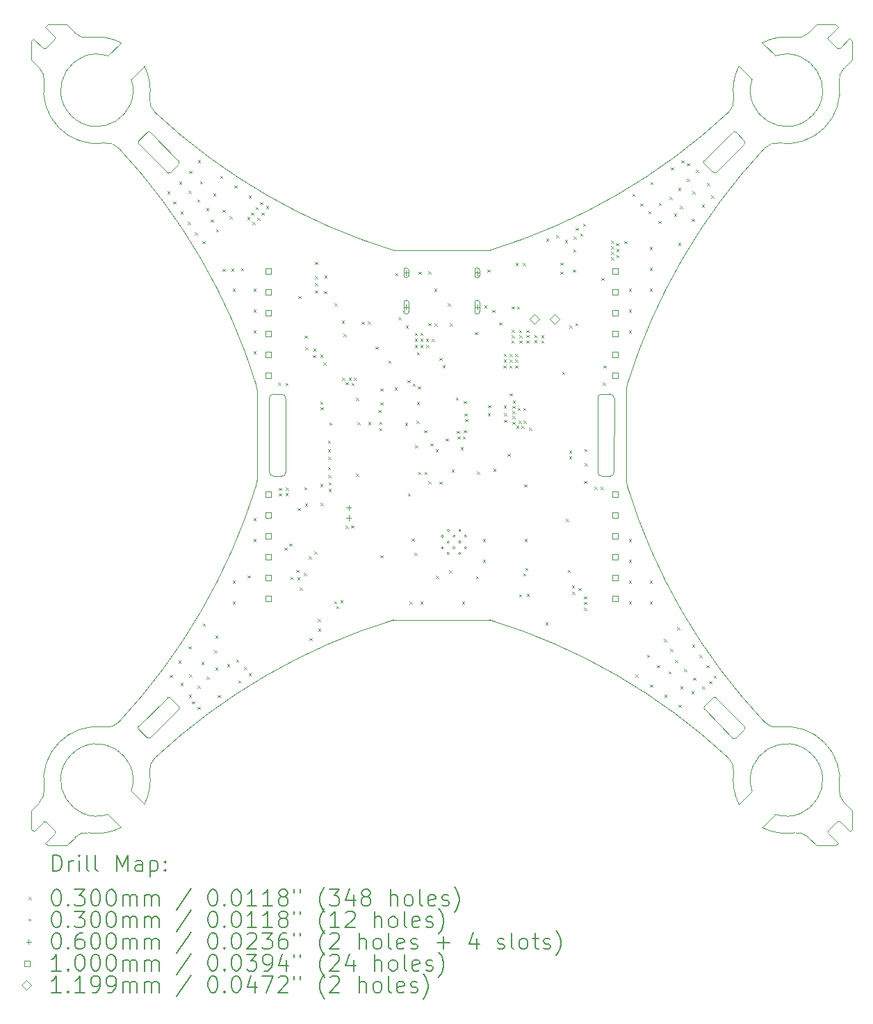
<source format=gbr>
%TF.GenerationSoftware,KiCad,Pcbnew,9.0.0*%
%TF.CreationDate,2025-03-11T12:59:44+05:30*%
%TF.ProjectId,LiteWingV2.5C,4c697465-5769-46e6-9756-322e35432e6b,rev?*%
%TF.SameCoordinates,Original*%
%TF.FileFunction,Drillmap*%
%TF.FilePolarity,Positive*%
%FSLAX45Y45*%
G04 Gerber Fmt 4.5, Leading zero omitted, Abs format (unit mm)*
G04 Created by KiCad (PCBNEW 9.0.0) date 2025-03-11 12:59:44*
%MOMM*%
%LPD*%
G01*
G04 APERTURE LIST*
%ADD10C,0.025400*%
%ADD11C,0.025000*%
%ADD12C,0.200000*%
%ADD13C,0.100000*%
%ADD14C,0.119880*%
G04 APERTURE END LIST*
D10*
X10630039Y-5860798D02*
G75*
G02*
X10807188Y-5924924I28521J-197962D01*
G01*
X10167175Y-14417398D02*
X10268293Y-14316281D01*
X10807179Y-12909857D02*
G75*
G02*
X10630041Y-12973973I-148619J133847D01*
G01*
X16998650Y-10037100D02*
G75*
G02*
X16987851Y-9966900I188640J64950D01*
G01*
X10439971Y-4574796D02*
G75*
G02*
X10268286Y-4518517I-30251J197726D01*
G01*
X11045888Y-12997602D02*
G75*
G02*
X11044065Y-12962351I16812J18542D01*
G01*
X18641809Y-4638652D02*
X18802007Y-4798850D01*
X18075712Y-6214991D02*
G75*
G02*
X18040452Y-6213167I-16712J18662D01*
G01*
X11245253Y-5486860D02*
G75*
G02*
X11181132Y-5309722I133807J148610D01*
G01*
D11*
X11245253Y-13347931D02*
G75*
G02*
X14152750Y-11667400I5103267J-5473789D01*
G01*
X18668236Y-12909869D02*
G75*
G02*
X16998650Y-10037100I5315111J5010564D01*
G01*
D10*
X19555048Y-14130206D02*
G75*
G02*
X19591234Y-14129326I18513J-16804D01*
G01*
X18230177Y-13347931D02*
G75*
G02*
X18294299Y-13525069I-133827J-148619D01*
G01*
X9766868Y-4588146D02*
X9737712Y-4617392D01*
X9768466Y-14248242D02*
X9885788Y-14130919D01*
D11*
X12477150Y-10036400D02*
G75*
G02*
X10807179Y-12909857I-7143563J2229637D01*
G01*
D10*
X9737712Y-4617392D02*
X9737712Y-4846856D01*
X10956252Y-13753112D02*
X11116449Y-13913310D01*
X18519254Y-13753366D02*
G75*
G02*
X18802463Y-14036096I418466J135966D01*
G01*
D11*
X16785695Y-8917400D02*
G75*
G02*
X16837597Y-8967645I-175J-52110D01*
G01*
D10*
X18424524Y-5833103D02*
G75*
G02*
X18426352Y-5868358I-16814J-18547D01*
G01*
X19450526Y-4600062D02*
G75*
G02*
X19553443Y-4702987I-1040406J-1143248D01*
G01*
X18802007Y-14035941D02*
X18641809Y-14196139D01*
X19537718Y-4417393D02*
X19308254Y-4417393D01*
X9884190Y-4705469D02*
X9766868Y-4588146D01*
X9906868Y-4448146D02*
X10024191Y-4565468D01*
X16987850Y-8866900D02*
G75*
G02*
X16998849Y-8797700I210850J1960D01*
G01*
X19737717Y-4617392D02*
X19706964Y-4586549D01*
D11*
X12691861Y-9917400D02*
X12789805Y-9917400D01*
X16987850Y-8866900D02*
X16987850Y-9966900D01*
D10*
X18044911Y-12616474D02*
G75*
G02*
X18080159Y-12614654I18539J-16816D01*
G01*
X11394690Y-12615713D02*
G75*
G02*
X11429959Y-12617553I16710J-18647D01*
G01*
X11185712Y-13103991D02*
X11536348Y-12757354D01*
X18845390Y-12973992D02*
G75*
G02*
X18668236Y-12909869I-28520J197982D01*
G01*
X18284690Y-5726713D02*
G75*
G02*
X18319959Y-5728553I16710J-18647D01*
G01*
X18294362Y-5310101D02*
G75*
G02*
X18230177Y-5486861I-197992J-28139D01*
G01*
X17935888Y-6108602D02*
G75*
G02*
X17934065Y-6073351I16812J18542D01*
G01*
X11429213Y-6219367D02*
G75*
G02*
X11393962Y-6221191I-18543J16828D01*
G01*
D11*
X18230177Y-5486860D02*
G75*
G02*
X15322750Y-7167391I-5103403J5473931D01*
G01*
X12837750Y-9867155D02*
G75*
G02*
X12789805Y-9917403I-47950J-2245D01*
G01*
D10*
X19449641Y-4563871D02*
X19566964Y-4446549D01*
X18424524Y-5833103D02*
X18319964Y-5728549D01*
X19636600Y-13886817D02*
G75*
G02*
X19580238Y-13715723I141420J141417D01*
G01*
X19591239Y-14129321D02*
X19708561Y-14246644D01*
X19566964Y-4446549D02*
X19537718Y-4417393D01*
X19737717Y-4846856D02*
X19737717Y-4617392D01*
X9737712Y-13987935D02*
X9737712Y-14217398D01*
D11*
X15322750Y-11667400D02*
G75*
G02*
X18230178Y-13347930I-2195970J-7154460D01*
G01*
D10*
X10024904Y-14234729D02*
G75*
G02*
X10025793Y-14270924I-16804J-18521D01*
G01*
X17938521Y-12756297D02*
X18285158Y-13106933D01*
X19706964Y-4586549D02*
X19589642Y-4703872D01*
X19034899Y-14260096D02*
G75*
G02*
X18641809Y-14196139I-97189J642636D01*
G01*
X9838829Y-4947973D02*
G75*
G02*
X9895108Y-5119651I-141429J-141427D01*
G01*
X10832808Y-14196545D02*
G75*
G02*
X10439388Y-14259911I-295098J579175D01*
G01*
D11*
X14152750Y-7167391D02*
G75*
G02*
X11245253Y-5486860I2195766J7154314D01*
G01*
X16837250Y-9867400D02*
G75*
G02*
X16787250Y-9917400I-50000J0D01*
G01*
D10*
X19737717Y-13987935D02*
X19636600Y-13886817D01*
X19308254Y-14417398D02*
X19537718Y-14417398D01*
X18320410Y-13105109D02*
X18424964Y-13000549D01*
X11047325Y-5870555D02*
G75*
G02*
X11049147Y-5835293I18635J16716D01*
G01*
X19308254Y-4417393D02*
X19207137Y-4518510D01*
D11*
X12636950Y-8967400D02*
G75*
G02*
X12689005Y-8917637I52060J-2350D01*
G01*
D10*
X11153714Y-5730732D02*
G75*
G02*
X11049149Y-5835295I-976204J871662D01*
G01*
D11*
X16687750Y-8917400D02*
X16785695Y-8917400D01*
D10*
X10024191Y-4565468D02*
G75*
G02*
X10023309Y-4601671I-17671J-17682D01*
G01*
X10440505Y-4574695D02*
G75*
G02*
X10833620Y-4638652I97205J-642655D01*
G01*
X10167175Y-4417393D02*
X9937712Y-4417393D01*
X9908466Y-14388242D02*
X9937712Y-14417398D01*
D11*
X16837605Y-8967645D02*
X16837250Y-9867400D01*
D10*
X19568561Y-14386644D02*
X19451238Y-14269322D01*
X9838829Y-13886817D02*
X9737712Y-13987935D01*
X18358980Y-13913310D02*
G75*
G02*
X18294360Y-13524690I578770J295920D01*
G01*
X9895014Y-13714605D02*
G75*
G02*
X10630420Y-12974040I642692J97209D01*
G01*
X10673423Y-4798850D02*
X10833620Y-4638652D01*
X11185712Y-13103991D02*
G75*
G02*
X11150452Y-13102167I-16712J18662D01*
G01*
X9920381Y-4704584D02*
G75*
G02*
X10023305Y-4601667I1143249J-1040406D01*
G01*
D11*
X12636950Y-8967400D02*
X12637750Y-9867155D01*
D10*
X19555048Y-14130206D02*
G75*
G02*
X19452123Y-14233123I-1143248J1040406D01*
G01*
D11*
X12691861Y-9917400D02*
G75*
G02*
X12637749Y-9867155I-261J53980D01*
G01*
D10*
X18802007Y-4798850D02*
G75*
G02*
X18519015Y-5082166I135693J-418530D01*
G01*
X19450526Y-4600062D02*
G75*
G02*
X19449636Y-4563866I16804J18522D01*
G01*
X10629303Y-5860925D02*
G75*
G02*
X9895169Y-5119065I-91593J643535D01*
G01*
X18294362Y-5310101D02*
G75*
G02*
X18359074Y-4921299I643328J92711D01*
G01*
X10024904Y-14234729D02*
G75*
G02*
X9921987Y-14131804I1040407J1143249D01*
G01*
X19580415Y-5120211D02*
G75*
G02*
X18845009Y-5860744I-642695J-97179D01*
G01*
X19207137Y-14316281D02*
X19308254Y-14417398D01*
X18044911Y-12616474D02*
G75*
G02*
X17940345Y-12721036I-975981J871444D01*
G01*
D11*
X12689805Y-8917400D02*
X12786950Y-8917400D01*
D10*
X11394690Y-12615713D02*
X11044065Y-12962350D01*
X19580314Y-5119652D02*
G75*
G02*
X19636595Y-4947968I197716J30252D01*
G01*
X10673423Y-14035941D02*
G75*
G02*
X10956413Y-13752632I-135700J418538D01*
G01*
X19708561Y-14246644D02*
X19737717Y-14217398D01*
D11*
X16689305Y-9917400D02*
G75*
G02*
X16637252Y-9867400I-245J51840D01*
G01*
D10*
X9937712Y-14417398D02*
X10167175Y-14417398D01*
D11*
X16998850Y-8797700D02*
G75*
G02*
X18668250Y-5924934I7140490J-2227990D01*
G01*
D10*
X15322750Y-7167391D02*
X14152750Y-7167391D01*
X10025789Y-14270920D02*
X9908466Y-14388242D01*
X19537718Y-14417397D02*
X19568561Y-14386644D01*
X18426800Y-12965276D02*
X18080162Y-12614650D01*
D11*
X10807179Y-5924933D02*
G75*
G02*
X12477050Y-8798400I-5472889J-5102429D01*
G01*
D10*
X11429213Y-6219367D02*
X11533767Y-6114807D01*
X11535603Y-6079534D02*
X11188966Y-5728908D01*
X12477050Y-8798400D02*
G75*
G02*
X12487549Y-8868200I-204040J-66380D01*
G01*
X19035458Y-14259994D02*
G75*
G02*
X19207140Y-14316277I30262J-197676D01*
G01*
X19636600Y-4947973D02*
X19737717Y-4846856D01*
X9885788Y-14130919D02*
G75*
G02*
X9921992Y-14131800I17682J-17681D01*
G01*
X19737717Y-14217398D02*
X19737717Y-13987935D01*
X18668250Y-5924933D02*
G75*
G02*
X18845387Y-5860817I148630J-133877D01*
G01*
X19589642Y-4703872D02*
G75*
G02*
X19553439Y-4702990I-17682J17652D01*
G01*
D11*
X12487550Y-8868200D02*
X12487950Y-9967100D01*
D10*
X12487950Y-9967100D02*
G75*
G02*
X12477149Y-10036400I-308890J12650D01*
G01*
X11116449Y-4921506D02*
X10956252Y-5081679D01*
X18519152Y-5081679D02*
X18358980Y-4921506D01*
X14152750Y-11667400D02*
X15322750Y-11667400D01*
X18426800Y-12965276D02*
G75*
G02*
X18424964Y-13000550I-18650J-16714D01*
G01*
X17938521Y-12756297D02*
G75*
G02*
X17940341Y-12721032I18649J16717D01*
G01*
X11181118Y-13525071D02*
G75*
G02*
X11245240Y-13347917I197982J28521D01*
G01*
X19207137Y-4518510D02*
G75*
G02*
X19035458Y-4574792I-141417J141390D01*
G01*
X10833620Y-14196139D02*
X10673423Y-14035941D01*
D11*
X16787250Y-9917400D02*
X16689805Y-9917400D01*
D10*
X9895014Y-13714605D02*
G75*
G02*
X9838832Y-13886821I-197584J-30815D01*
G01*
D11*
X12786950Y-8917400D02*
G75*
G02*
X12836950Y-8967400I0J-50000D01*
G01*
D10*
X11534524Y-12722103D02*
G75*
G02*
X11536352Y-12757358I-16814J-18547D01*
G01*
D11*
X12836950Y-8967400D02*
X12837750Y-9867155D01*
D10*
X11153714Y-5730732D02*
G75*
G02*
X11188968Y-5728906I18546J-16828D01*
G01*
X11116348Y-4921303D02*
G75*
G02*
X11181056Y-5310099I-578638J-296087D01*
G01*
X11047325Y-5870555D02*
X11393962Y-6221191D01*
X17935888Y-6108602D02*
G75*
G02*
X18040451Y-6213167I-871458J-975998D01*
G01*
X18358980Y-13913310D02*
X18519254Y-13753366D01*
X11181118Y-13525071D02*
G75*
G02*
X11116449Y-13913310I-643438J-92329D01*
G01*
X18284690Y-5726713D02*
X17934065Y-6073350D01*
X11535603Y-6079534D02*
G75*
G02*
X11533769Y-6114809I-18643J-16716D01*
G01*
X10956252Y-5081679D02*
G75*
G02*
X10672942Y-4798689I-418538J-135700D01*
G01*
X18642622Y-4638246D02*
G75*
G02*
X19036041Y-4574875I295108J-579194D01*
G01*
X19451238Y-14269322D02*
G75*
G02*
X19452120Y-14233120I17642J17682D01*
G01*
X10268293Y-14316281D02*
G75*
G02*
X10439970Y-14259998I141427J-141419D01*
G01*
D11*
X16637605Y-8967645D02*
G75*
G02*
X16687605Y-8917645I49985J15D01*
G01*
D10*
X18075712Y-6214991D02*
X18426348Y-5868354D01*
X9920381Y-4704584D02*
G75*
G02*
X9884186Y-4705472I-18521J16804D01*
G01*
X10268293Y-4518510D02*
X10167175Y-4417393D01*
X9937711Y-4417393D02*
X9906868Y-4448146D01*
X11534524Y-12722103D02*
X11429964Y-12617549D01*
X9737712Y-4846856D02*
X9838829Y-4947973D01*
D11*
X16637605Y-8967645D02*
X16637250Y-9867400D01*
D10*
X18846127Y-12973891D02*
G75*
G02*
X19580235Y-13715723I91603J-643499D01*
G01*
X9737713Y-14217399D02*
X9768466Y-14248242D01*
X11045888Y-12997602D02*
G75*
G02*
X11150451Y-13102167I-871618J-976158D01*
G01*
X18320410Y-13105109D02*
G75*
G02*
X18285162Y-13106929I-18540J16829D01*
G01*
D12*
D13*
X11394540Y-6446095D02*
X11424540Y-6476095D01*
X11424540Y-6446095D02*
X11394540Y-6476095D01*
X11422886Y-12337660D02*
X11452886Y-12367660D01*
X11452886Y-12337660D02*
X11422886Y-12367660D01*
X11466293Y-6569793D02*
X11496293Y-6599793D01*
X11496293Y-6569793D02*
X11466293Y-6599793D01*
X11532384Y-12164286D02*
X11562384Y-12194286D01*
X11562384Y-12164286D02*
X11532384Y-12194286D01*
X11541148Y-6331789D02*
X11571148Y-6361789D01*
X11571148Y-6331789D02*
X11541148Y-6361789D01*
X11554741Y-6695012D02*
X11584741Y-6725012D01*
X11584741Y-6695012D02*
X11554741Y-6725012D01*
X11557729Y-12433479D02*
X11587729Y-12463479D01*
X11587729Y-12433479D02*
X11557729Y-12463479D01*
X11643189Y-6820230D02*
X11673189Y-6850230D01*
X11673189Y-6820230D02*
X11643189Y-6850230D01*
X11651868Y-6437826D02*
X11681868Y-6467826D01*
X11681868Y-6437826D02*
X11651868Y-6467826D01*
X11654417Y-11989793D02*
X11684417Y-12019793D01*
X11684417Y-11989793D02*
X11654417Y-12019793D01*
X11659012Y-12579912D02*
X11689012Y-12609912D01*
X11689012Y-12579912D02*
X11659012Y-12609912D01*
X11661238Y-12332995D02*
X11691238Y-12362995D01*
X11691238Y-12332995D02*
X11661238Y-12362995D01*
X11662450Y-6199200D02*
X11692450Y-6229200D01*
X11692450Y-6199200D02*
X11662450Y-6229200D01*
X11696188Y-12658677D02*
X11726188Y-12688677D01*
X11726188Y-12658677D02*
X11696188Y-12688677D01*
X11731637Y-6945448D02*
X11761637Y-6975448D01*
X11761637Y-6945448D02*
X11731637Y-6975448D01*
X11761458Y-6545030D02*
X11791458Y-6575030D01*
X11791458Y-6545030D02*
X11761458Y-6575030D01*
X11761854Y-12725648D02*
X11791854Y-12755648D01*
X11791854Y-12725648D02*
X11761854Y-12755648D01*
X11765146Y-12469286D02*
X11795146Y-12499286D01*
X11795146Y-12469286D02*
X11765146Y-12499286D01*
X11766165Y-6069192D02*
X11796165Y-6099192D01*
X11796165Y-6069192D02*
X11766165Y-6099192D01*
X11794350Y-6326400D02*
X11824350Y-6356400D01*
X11824350Y-6326400D02*
X11794350Y-6356400D01*
X11811622Y-12182248D02*
X11841622Y-12212248D01*
X11841622Y-12182248D02*
X11811622Y-12212248D01*
X11822650Y-7052200D02*
X11852650Y-7082200D01*
X11852650Y-7052200D02*
X11822650Y-7082200D01*
X11825423Y-11711689D02*
X11855423Y-11741689D01*
X11855423Y-11711689D02*
X11825423Y-11741689D01*
X11871048Y-6652233D02*
X11901048Y-6682233D01*
X11901048Y-6652233D02*
X11871048Y-6682233D01*
X11872350Y-12359697D02*
X11902350Y-12389697D01*
X11902350Y-12359697D02*
X11872350Y-12389697D01*
X11923340Y-6791832D02*
X11953340Y-6821832D01*
X11953340Y-6791832D02*
X11923340Y-6821832D01*
X11954850Y-6474800D02*
X11984850Y-6504800D01*
X11984850Y-6474800D02*
X11954850Y-6504800D01*
X11965250Y-12036300D02*
X11995250Y-12066300D01*
X11995250Y-12036300D02*
X11965250Y-12066300D01*
X11977814Y-11860406D02*
X12007814Y-11890406D01*
X12007814Y-11860406D02*
X11977814Y-11890406D01*
X11979553Y-12250107D02*
X12009553Y-12280107D01*
X12009553Y-12250107D02*
X11979553Y-12280107D01*
X11988250Y-6908200D02*
X12018250Y-6938200D01*
X12018250Y-6908200D02*
X11988250Y-6938200D01*
X12009268Y-12581952D02*
X12039268Y-12611952D01*
X12039268Y-12581952D02*
X12009268Y-12611952D01*
X12039872Y-6255758D02*
X12069872Y-6285758D01*
X12069872Y-6255758D02*
X12039872Y-6285758D01*
X12066550Y-7390600D02*
X12096550Y-7420600D01*
X12096550Y-7390600D02*
X12066550Y-7420600D01*
X12069650Y-6670700D02*
X12099650Y-6700700D01*
X12099650Y-6670700D02*
X12069650Y-6700700D01*
X12122650Y-12204000D02*
X12152650Y-12234000D01*
X12152650Y-12204000D02*
X12122650Y-12234000D01*
X12153660Y-6754245D02*
X12183660Y-6784245D01*
X12183660Y-6754245D02*
X12153660Y-6784245D01*
X12174850Y-7387500D02*
X12204850Y-7417500D01*
X12204850Y-7387500D02*
X12174850Y-7417500D01*
X12190924Y-7633368D02*
X12220924Y-7663368D01*
X12220924Y-7633368D02*
X12190924Y-7663368D01*
X12190924Y-11189368D02*
X12220924Y-11219368D01*
X12220924Y-11189368D02*
X12190924Y-11219368D01*
X12190924Y-11443368D02*
X12220924Y-11473368D01*
X12220924Y-11443368D02*
X12190924Y-11473368D01*
X12212561Y-6376529D02*
X12242561Y-6406529D01*
X12242561Y-6376529D02*
X12212561Y-6406529D01*
X12234617Y-12151973D02*
X12264617Y-12181973D01*
X12264617Y-12151973D02*
X12234617Y-12181973D01*
X12259704Y-12405057D02*
X12289704Y-12435057D01*
X12289704Y-12405057D02*
X12259704Y-12435057D01*
X12292450Y-7384400D02*
X12322450Y-7414400D01*
X12322450Y-7384400D02*
X12292450Y-7414400D01*
X12330083Y-12240007D02*
X12360083Y-12270007D01*
X12360083Y-12240007D02*
X12330083Y-12270007D01*
X12367450Y-6760100D02*
X12397450Y-6790100D01*
X12397450Y-6760100D02*
X12367450Y-6790100D01*
X12375550Y-11124900D02*
X12405550Y-11154900D01*
X12405550Y-11124900D02*
X12375550Y-11154900D01*
X12384922Y-12316609D02*
X12414922Y-12346609D01*
X12414922Y-12316609D02*
X12384922Y-12346609D01*
X12385250Y-6497300D02*
X12415250Y-6527300D01*
X12415250Y-6497300D02*
X12385250Y-6527300D01*
X12417850Y-6705500D02*
X12447850Y-6735500D01*
X12447850Y-6705500D02*
X12417850Y-6735500D01*
X12432550Y-6818900D02*
X12462550Y-6848900D01*
X12462550Y-6818900D02*
X12432550Y-6848900D01*
X12444924Y-7633368D02*
X12474924Y-7663368D01*
X12474924Y-7633368D02*
X12444924Y-7663368D01*
X12444924Y-7887368D02*
X12474924Y-7917368D01*
X12474924Y-7887368D02*
X12444924Y-7917368D01*
X12444924Y-8141368D02*
X12474924Y-8171368D01*
X12474924Y-8141368D02*
X12444924Y-8171368D01*
X12444924Y-8395368D02*
X12474924Y-8425368D01*
X12474924Y-8395368D02*
X12444924Y-8425368D01*
X12444924Y-10427368D02*
X12474924Y-10457368D01*
X12474924Y-10427368D02*
X12444924Y-10457368D01*
X12444924Y-10681368D02*
X12474924Y-10711368D01*
X12474924Y-10681368D02*
X12444924Y-10711368D01*
X12470350Y-6640500D02*
X12500350Y-6670500D01*
X12500350Y-6640500D02*
X12470350Y-6670500D01*
X12491350Y-6768500D02*
X12521350Y-6798500D01*
X12521350Y-6768500D02*
X12491350Y-6798500D01*
X12527050Y-6577500D02*
X12557050Y-6607500D01*
X12557050Y-6577500D02*
X12527050Y-6607500D01*
X12543750Y-6705500D02*
X12573750Y-6735500D01*
X12573750Y-6705500D02*
X12543750Y-6735500D01*
X12596250Y-6625800D02*
X12626250Y-6655800D01*
X12626250Y-6625800D02*
X12596250Y-6655800D01*
X12747450Y-8778100D02*
X12777450Y-8808100D01*
X12777450Y-8778100D02*
X12747450Y-8808100D01*
X12756450Y-10058100D02*
X12786450Y-10088100D01*
X12786450Y-10058100D02*
X12756450Y-10088100D01*
X12756450Y-10126200D02*
X12786450Y-10156200D01*
X12786450Y-10126200D02*
X12756450Y-10156200D01*
X12821750Y-10787500D02*
X12851750Y-10817500D01*
X12851750Y-10787500D02*
X12821750Y-10817500D01*
X12833850Y-8779900D02*
X12863850Y-8809900D01*
X12863850Y-8779900D02*
X12833850Y-8809900D01*
X12834465Y-10124763D02*
X12864465Y-10154763D01*
X12864465Y-10124763D02*
X12834465Y-10154763D01*
X12836750Y-10054800D02*
X12866750Y-10084800D01*
X12866750Y-10054800D02*
X12836750Y-10084800D01*
X12882950Y-10736800D02*
X12912950Y-10766800D01*
X12912950Y-10736800D02*
X12882950Y-10766800D01*
X12894050Y-11143200D02*
X12924050Y-11173200D01*
X12924050Y-11143200D02*
X12894050Y-11173200D01*
X12968050Y-11056900D02*
X12998050Y-11086900D01*
X12998050Y-11056900D02*
X12968050Y-11086900D01*
X12977150Y-11146900D02*
X13007150Y-11176900D01*
X13007150Y-11146900D02*
X12977150Y-11176900D01*
X12982750Y-10306600D02*
X13012750Y-10336600D01*
X13012750Y-10306600D02*
X12982750Y-10336600D01*
X12989550Y-7721300D02*
X13019550Y-7751300D01*
X13019550Y-7721300D02*
X12989550Y-7751300D01*
X13007950Y-11274970D02*
X13037950Y-11304970D01*
X13037950Y-11274970D02*
X13007950Y-11304970D01*
X13060250Y-11095500D02*
X13090250Y-11125500D01*
X13090250Y-11095500D02*
X13060250Y-11125500D01*
X13061550Y-10051200D02*
X13091550Y-10081200D01*
X13091550Y-10051200D02*
X13061550Y-10081200D01*
X13069250Y-8206000D02*
X13099250Y-8236000D01*
X13099250Y-8206000D02*
X13069250Y-8236000D01*
X13072550Y-10251300D02*
X13102550Y-10281300D01*
X13102550Y-10251300D02*
X13072550Y-10281300D01*
X13076350Y-8346300D02*
X13106350Y-8376300D01*
X13106350Y-8346300D02*
X13076350Y-8376300D01*
X13119450Y-10893900D02*
X13149450Y-10923900D01*
X13149450Y-10893900D02*
X13119450Y-10923900D01*
X13124850Y-11887100D02*
X13154850Y-11917100D01*
X13154850Y-11887100D02*
X13124850Y-11917100D01*
X13167150Y-8440800D02*
X13197150Y-8470800D01*
X13197150Y-8440800D02*
X13167150Y-8470800D01*
X13173150Y-8362300D02*
X13203150Y-8392300D01*
X13203150Y-8362300D02*
X13173150Y-8392300D01*
X13186050Y-10833500D02*
X13216050Y-10863500D01*
X13216050Y-10833500D02*
X13186050Y-10863500D01*
X13193350Y-7480700D02*
X13223350Y-7510700D01*
X13223350Y-7480700D02*
X13193350Y-7510700D01*
X13194150Y-7306300D02*
X13224150Y-7336300D01*
X13224150Y-7306300D02*
X13194150Y-7336300D01*
X13194750Y-7653700D02*
X13224750Y-7683700D01*
X13224750Y-7653700D02*
X13194750Y-7683700D01*
X13196250Y-7563600D02*
X13226250Y-7593600D01*
X13226250Y-7563600D02*
X13196250Y-7593600D01*
X13230450Y-11657300D02*
X13260450Y-11687300D01*
X13260450Y-11657300D02*
X13230450Y-11687300D01*
X13231650Y-11773900D02*
X13261650Y-11803900D01*
X13261650Y-11773900D02*
X13231650Y-11803900D01*
X13258150Y-10014000D02*
X13288150Y-10044000D01*
X13288150Y-10014000D02*
X13258150Y-10044000D01*
X13258250Y-8439000D02*
X13288250Y-8469000D01*
X13288250Y-8439000D02*
X13258250Y-8469000D01*
X13259350Y-9009200D02*
X13289350Y-9039200D01*
X13289350Y-9009200D02*
X13259350Y-9039200D01*
X13260550Y-9075900D02*
X13290550Y-9105900D01*
X13290550Y-9075900D02*
X13260550Y-9105900D01*
X13260950Y-10240400D02*
X13290950Y-10270400D01*
X13290950Y-10240400D02*
X13260950Y-10270400D01*
X13296350Y-8532900D02*
X13326350Y-8562900D01*
X13326350Y-8532900D02*
X13296350Y-8562900D01*
X13303450Y-7664200D02*
X13333450Y-7694200D01*
X13333450Y-7664200D02*
X13303450Y-7694200D01*
X13309050Y-7472500D02*
X13339050Y-7502500D01*
X13339050Y-7472500D02*
X13309050Y-7502500D01*
X13350250Y-9485400D02*
X13380250Y-9515400D01*
X13380250Y-9485400D02*
X13350250Y-9515400D01*
X13351750Y-9806000D02*
X13381750Y-9836000D01*
X13381750Y-9806000D02*
X13351750Y-9836000D01*
X13352950Y-9587500D02*
X13382950Y-9617500D01*
X13382950Y-9587500D02*
X13352950Y-9617500D01*
X13354150Y-9903100D02*
X13384150Y-9933100D01*
X13384150Y-9903100D02*
X13354150Y-9933100D01*
X13355450Y-9680800D02*
X13385450Y-9710800D01*
X13385450Y-9680800D02*
X13355450Y-9710800D01*
X13357850Y-9991400D02*
X13387850Y-10021400D01*
X13387850Y-9991400D02*
X13357850Y-10021400D01*
X13361650Y-10070200D02*
X13391650Y-10100200D01*
X13391650Y-10070200D02*
X13361650Y-10100200D01*
X13366850Y-9261900D02*
X13396850Y-9291900D01*
X13396850Y-9261900D02*
X13366850Y-9291900D01*
X13427150Y-11439500D02*
X13457150Y-11469500D01*
X13457150Y-11439500D02*
X13427150Y-11469500D01*
X13430950Y-7811100D02*
X13460950Y-7841100D01*
X13460950Y-7811100D02*
X13430950Y-7841100D01*
X13451550Y-11499300D02*
X13481550Y-11529300D01*
X13481550Y-11499300D02*
X13451550Y-11529300D01*
X13502350Y-11427300D02*
X13532350Y-11457300D01*
X13532350Y-11427300D02*
X13502350Y-11457300D01*
X13519050Y-8022300D02*
X13549050Y-8052300D01*
X13549050Y-8022300D02*
X13519050Y-8052300D01*
X13526150Y-8715100D02*
X13556150Y-8745100D01*
X13556150Y-8715100D02*
X13526150Y-8745100D01*
X13542350Y-8186000D02*
X13572350Y-8216000D01*
X13572350Y-8186000D02*
X13542350Y-8216000D01*
X13565650Y-10518500D02*
X13595650Y-10548500D01*
X13595650Y-10518500D02*
X13565650Y-10548500D01*
X13566550Y-8774000D02*
X13596550Y-8804000D01*
X13596550Y-8774000D02*
X13566550Y-8804000D01*
X13603350Y-8715100D02*
X13633350Y-8745100D01*
X13633350Y-8715100D02*
X13603350Y-8745100D01*
X13636950Y-10516800D02*
X13666950Y-10546800D01*
X13666950Y-10516800D02*
X13636950Y-10546800D01*
X13638022Y-8779548D02*
X13668022Y-8809548D01*
X13668022Y-8779548D02*
X13638022Y-8809548D01*
X13669450Y-8717000D02*
X13699450Y-8747000D01*
X13699450Y-8717000D02*
X13669450Y-8747000D01*
X13692350Y-8963200D02*
X13722350Y-8993200D01*
X13722350Y-8963200D02*
X13692350Y-8993200D01*
X13696150Y-9886500D02*
X13726150Y-9916500D01*
X13726150Y-9886500D02*
X13696150Y-9916500D01*
X13710250Y-9261000D02*
X13740250Y-9291000D01*
X13740250Y-9261000D02*
X13710250Y-9291000D01*
X13761950Y-8034800D02*
X13791950Y-8064800D01*
X13791950Y-8034800D02*
X13761950Y-8064800D01*
X13836750Y-8032400D02*
X13866750Y-8062400D01*
X13866750Y-8032400D02*
X13836750Y-8062400D01*
X13841650Y-9259200D02*
X13871650Y-9289200D01*
X13871650Y-9259200D02*
X13841650Y-9289200D01*
X13931350Y-8340900D02*
X13961350Y-8370900D01*
X13961350Y-8340900D02*
X13931350Y-8370900D01*
X13966250Y-9110100D02*
X13996250Y-9140100D01*
X13996250Y-9110100D02*
X13966250Y-9140100D01*
X13976250Y-9254400D02*
X14006250Y-9284400D01*
X14006250Y-9254400D02*
X13976250Y-9284400D01*
X13976250Y-9329300D02*
X14006250Y-9359300D01*
X14006250Y-9329300D02*
X13976250Y-9359300D01*
X13989750Y-10879700D02*
X14019750Y-10909700D01*
X14019750Y-10879700D02*
X13989750Y-10909700D01*
X13990250Y-9018700D02*
X14020250Y-9048700D01*
X14020250Y-9018700D02*
X13990250Y-9048700D01*
X13992750Y-8849200D02*
X14022750Y-8879200D01*
X14022750Y-8849200D02*
X13992750Y-8879200D01*
X14089250Y-8508600D02*
X14119250Y-8538600D01*
X14119250Y-8508600D02*
X14089250Y-8538600D01*
X14163178Y-8837872D02*
X14193178Y-8867872D01*
X14193178Y-8837872D02*
X14163178Y-8867872D01*
X14174250Y-7441700D02*
X14204250Y-7471700D01*
X14204250Y-7441700D02*
X14174250Y-7471700D01*
X14210126Y-7981186D02*
X14240126Y-8011186D01*
X14240126Y-7981186D02*
X14210126Y-8011186D01*
X14289850Y-9268800D02*
X14319850Y-9298800D01*
X14319850Y-9268800D02*
X14289850Y-9298800D01*
X14300950Y-8080600D02*
X14330950Y-8110600D01*
X14330950Y-8080600D02*
X14300950Y-8110600D01*
X14321350Y-8746400D02*
X14351350Y-8776400D01*
X14351350Y-8746400D02*
X14321350Y-8776400D01*
X14323050Y-10126200D02*
X14353050Y-10156200D01*
X14353050Y-10126200D02*
X14323050Y-10156200D01*
X14348350Y-11443368D02*
X14378350Y-11473368D01*
X14378350Y-11443368D02*
X14348350Y-11473368D01*
X14373650Y-10679200D02*
X14403650Y-10709200D01*
X14403650Y-10679200D02*
X14373650Y-10709200D01*
X14383250Y-8791000D02*
X14413250Y-8821000D01*
X14413250Y-8791000D02*
X14383250Y-8821000D01*
X14403650Y-10850500D02*
X14433650Y-10880500D01*
X14433650Y-10850500D02*
X14403650Y-10880500D01*
X14408050Y-8170400D02*
X14438050Y-8200400D01*
X14438050Y-8170400D02*
X14408050Y-8200400D01*
X14408050Y-8245000D02*
X14438050Y-8275000D01*
X14438050Y-8245000D02*
X14408050Y-8275000D01*
X14408850Y-8320100D02*
X14438850Y-8350100D01*
X14438850Y-8320100D02*
X14408850Y-8350100D01*
X14414250Y-9537700D02*
X14444250Y-9567700D01*
X14444250Y-9537700D02*
X14414250Y-9567700D01*
X14429650Y-9243000D02*
X14459650Y-9273000D01*
X14459650Y-9243000D02*
X14429650Y-9273000D01*
X14436250Y-9011570D02*
X14466250Y-9041570D01*
X14466250Y-9011570D02*
X14436250Y-9041570D01*
X14436550Y-8409700D02*
X14466550Y-8439700D01*
X14466550Y-8409700D02*
X14436550Y-8439700D01*
X14446350Y-8822000D02*
X14476350Y-8852000D01*
X14476350Y-8822000D02*
X14446350Y-8852000D01*
X14450950Y-9865390D02*
X14480950Y-9895390D01*
X14480950Y-9865390D02*
X14450950Y-9895390D01*
X14454350Y-7427000D02*
X14484350Y-7457000D01*
X14484350Y-7427000D02*
X14454350Y-7457000D01*
X14476550Y-8172200D02*
X14506550Y-8202200D01*
X14506550Y-8172200D02*
X14476550Y-8202200D01*
X14476924Y-11443368D02*
X14506924Y-11473368D01*
X14506924Y-11443368D02*
X14476924Y-11473368D01*
X14477450Y-8242400D02*
X14507450Y-8272400D01*
X14507450Y-8242400D02*
X14477450Y-8272400D01*
X14478350Y-8319600D02*
X14508350Y-8349600D01*
X14508350Y-8319600D02*
X14478350Y-8349600D01*
X14525150Y-9355300D02*
X14555150Y-9385300D01*
X14555150Y-9355300D02*
X14525150Y-9385300D01*
X14526671Y-9865390D02*
X14556671Y-9895390D01*
X14556671Y-9865390D02*
X14526671Y-9895390D01*
X14545950Y-8242400D02*
X14575950Y-8272400D01*
X14575950Y-8242400D02*
X14545950Y-8272400D01*
X14547650Y-8318700D02*
X14577650Y-8348700D01*
X14577650Y-8318700D02*
X14547650Y-8348700D01*
X14572450Y-9980100D02*
X14602450Y-10010100D01*
X14602450Y-9980100D02*
X14572450Y-10010100D01*
X14573050Y-8053500D02*
X14603050Y-8083500D01*
X14603050Y-8053500D02*
X14573050Y-8083500D01*
X14573350Y-7422900D02*
X14603350Y-7452900D01*
X14603350Y-7422900D02*
X14573350Y-7452900D01*
X14599950Y-9518800D02*
X14629950Y-9548800D01*
X14629950Y-9518800D02*
X14599950Y-9548800D01*
X14616150Y-8243300D02*
X14646150Y-8273300D01*
X14646150Y-8243300D02*
X14616150Y-8273300D01*
X14647450Y-7633400D02*
X14677450Y-7663400D01*
X14677450Y-7633400D02*
X14647450Y-7663400D01*
X14649150Y-8057400D02*
X14679150Y-8087400D01*
X14679150Y-8057400D02*
X14649150Y-8087400D01*
X14662200Y-9588750D02*
X14692200Y-9618750D01*
X14692200Y-9588750D02*
X14662200Y-9618750D01*
X14665550Y-11131400D02*
X14695550Y-11161400D01*
X14695550Y-11131400D02*
X14665550Y-11161400D01*
X14712250Y-9981270D02*
X14742250Y-10011270D01*
X14742250Y-9981270D02*
X14712250Y-10011270D01*
X14712350Y-8477800D02*
X14742350Y-8507800D01*
X14742350Y-8477800D02*
X14712350Y-8507800D01*
X14750050Y-8565900D02*
X14780050Y-8595900D01*
X14780050Y-8565900D02*
X14750050Y-8595900D01*
X14784950Y-9457000D02*
X14814950Y-9487000D01*
X14814950Y-9457000D02*
X14784950Y-9487000D01*
X14811450Y-7812000D02*
X14841450Y-7842000D01*
X14841450Y-7812000D02*
X14811450Y-7842000D01*
X14827150Y-11064500D02*
X14857150Y-11094500D01*
X14857150Y-11064500D02*
X14827150Y-11094500D01*
X14835350Y-8057800D02*
X14865350Y-8087800D01*
X14865350Y-8057800D02*
X14835350Y-8087800D01*
X14857950Y-9834300D02*
X14887950Y-9864300D01*
X14887950Y-9834300D02*
X14857950Y-9864300D01*
X14910150Y-8957400D02*
X14940150Y-8987400D01*
X14940150Y-8957400D02*
X14910150Y-8987400D01*
X14923350Y-9365500D02*
X14953350Y-9395500D01*
X14953350Y-9365500D02*
X14923350Y-9395500D01*
X14932050Y-9433100D02*
X14962050Y-9463100D01*
X14962050Y-9433100D02*
X14932050Y-9463100D01*
X14969920Y-9564600D02*
X14999920Y-9594600D01*
X14999920Y-9564600D02*
X14969920Y-9594600D01*
X14984924Y-11443368D02*
X15014924Y-11473368D01*
X15014924Y-11443368D02*
X14984924Y-11473368D01*
X14993050Y-9430900D02*
X15023050Y-9460900D01*
X15023050Y-9430900D02*
X14993050Y-9460900D01*
X15004450Y-9000000D02*
X15034450Y-9030000D01*
X15034450Y-9000000D02*
X15004450Y-9030000D01*
X15006550Y-9355400D02*
X15036550Y-9385400D01*
X15036550Y-9355400D02*
X15006550Y-9385400D01*
X15016950Y-9154200D02*
X15046950Y-9184200D01*
X15046950Y-9154200D02*
X15016950Y-9184200D01*
X15024550Y-9221800D02*
X15054550Y-9251800D01*
X15054550Y-9221800D02*
X15024550Y-9251800D01*
X15143100Y-8163150D02*
X15173100Y-8193150D01*
X15173100Y-8163150D02*
X15143100Y-8193150D01*
X15156150Y-11134400D02*
X15186150Y-11164400D01*
X15186150Y-11134400D02*
X15156150Y-11164400D01*
X15167850Y-9858860D02*
X15197850Y-9888860D01*
X15197850Y-9858860D02*
X15167850Y-9888860D01*
X15238924Y-10681368D02*
X15268924Y-10711368D01*
X15268924Y-10681368D02*
X15238924Y-10711368D01*
X15238924Y-10935368D02*
X15268924Y-10965368D01*
X15268924Y-10935368D02*
X15238924Y-10965368D01*
X15255150Y-7837700D02*
X15285150Y-7867700D01*
X15285150Y-7837700D02*
X15255150Y-7867700D01*
X15292850Y-7401600D02*
X15322850Y-7431600D01*
X15322850Y-7401600D02*
X15292850Y-7431600D01*
X15299750Y-9151100D02*
X15329750Y-9181100D01*
X15329750Y-9151100D02*
X15299750Y-9181100D01*
X15304450Y-9053600D02*
X15334450Y-9083600D01*
X15334450Y-9053600D02*
X15304450Y-9083600D01*
X15355050Y-7890000D02*
X15385050Y-7920000D01*
X15385050Y-7890000D02*
X15355050Y-7920000D01*
X15367350Y-9824500D02*
X15397350Y-9854500D01*
X15397350Y-9824500D02*
X15367350Y-9854500D01*
X15440050Y-8045000D02*
X15470050Y-8075000D01*
X15470050Y-8045000D02*
X15440050Y-8075000D01*
X15490550Y-8567900D02*
X15520550Y-8597900D01*
X15520550Y-8567900D02*
X15490550Y-8597900D01*
X15491450Y-8496300D02*
X15521450Y-8526300D01*
X15521450Y-8496300D02*
X15491450Y-8526300D01*
X15491850Y-8426800D02*
X15521850Y-8456800D01*
X15521850Y-8426800D02*
X15491850Y-8456800D01*
X15493450Y-9058100D02*
X15523450Y-9088100D01*
X15523450Y-9058100D02*
X15493450Y-9088100D01*
X15496450Y-9148300D02*
X15526450Y-9178300D01*
X15526450Y-9148300D02*
X15496450Y-9178300D01*
X15498450Y-9229300D02*
X15528450Y-9259300D01*
X15528450Y-9229300D02*
X15498450Y-9259300D01*
X15540550Y-9645070D02*
X15570550Y-9675070D01*
X15570550Y-9645070D02*
X15540550Y-9675070D01*
X15562550Y-8568300D02*
X15592550Y-8598300D01*
X15592550Y-8568300D02*
X15562550Y-8598300D01*
X15563450Y-8496700D02*
X15593450Y-8526700D01*
X15593450Y-8496700D02*
X15563450Y-8526700D01*
X15563450Y-8907870D02*
X15593450Y-8937870D01*
X15593450Y-8907870D02*
X15563450Y-8937870D01*
X15563850Y-8427200D02*
X15593850Y-8457200D01*
X15593850Y-8427200D02*
X15563850Y-8457200D01*
X15585150Y-8264000D02*
X15615150Y-8294000D01*
X15615150Y-8264000D02*
X15585150Y-8294000D01*
X15588950Y-8132600D02*
X15618950Y-8162600D01*
X15618950Y-8132600D02*
X15588950Y-8162600D01*
X15589650Y-8200100D02*
X15619650Y-8230100D01*
X15619650Y-8200100D02*
X15589650Y-8230100D01*
X15589950Y-7850600D02*
X15619950Y-7880600D01*
X15619950Y-7850600D02*
X15589950Y-7880600D01*
X15599650Y-9123200D02*
X15629650Y-9153200D01*
X15629650Y-9123200D02*
X15599650Y-9153200D01*
X15599650Y-9185100D02*
X15629650Y-9215100D01*
X15629650Y-9185100D02*
X15599650Y-9215100D01*
X15601250Y-9059700D02*
X15631250Y-9089700D01*
X15631250Y-9059700D02*
X15601250Y-9089700D01*
X15601250Y-9254900D02*
X15631250Y-9284900D01*
X15631250Y-9254900D02*
X15601250Y-9284900D01*
X15602850Y-8996200D02*
X15632850Y-9026200D01*
X15632850Y-8996200D02*
X15602850Y-9026200D01*
X15632050Y-8568300D02*
X15662050Y-8598300D01*
X15662050Y-8568300D02*
X15632050Y-8598300D01*
X15632950Y-8496700D02*
X15662950Y-8526700D01*
X15662950Y-8496700D02*
X15632950Y-8526700D01*
X15633350Y-8427200D02*
X15663350Y-8457200D01*
X15663350Y-8427200D02*
X15633350Y-8457200D01*
X15638550Y-7318700D02*
X15668550Y-7348700D01*
X15668550Y-7318700D02*
X15638550Y-7348700D01*
X15645550Y-9301300D02*
X15675550Y-9331300D01*
X15675550Y-9301300D02*
X15645550Y-9331300D01*
X15654350Y-7850600D02*
X15684350Y-7880600D01*
X15684350Y-7850600D02*
X15654350Y-7880600D01*
X15662450Y-9085000D02*
X15692450Y-9115000D01*
X15692450Y-9085000D02*
X15662450Y-9115000D01*
X15673750Y-9243500D02*
X15703750Y-9273500D01*
X15703750Y-9243500D02*
X15673750Y-9273500D01*
X15677950Y-11354600D02*
X15707950Y-11384600D01*
X15707950Y-11354600D02*
X15677950Y-11384600D01*
X15680750Y-8135600D02*
X15710750Y-8165600D01*
X15710750Y-8135600D02*
X15680750Y-8165600D01*
X15683150Y-8264000D02*
X15713150Y-8294000D01*
X15713150Y-8264000D02*
X15683150Y-8294000D01*
X15684450Y-8200100D02*
X15714450Y-8230100D01*
X15714450Y-8200100D02*
X15684450Y-8230100D01*
X15710650Y-9301300D02*
X15740650Y-9331300D01*
X15740650Y-9301300D02*
X15710650Y-9331300D01*
X15725350Y-7318700D02*
X15755350Y-7348700D01*
X15755350Y-7318700D02*
X15725350Y-7348700D01*
X15729850Y-11099300D02*
X15759850Y-11129300D01*
X15759850Y-11099300D02*
X15729850Y-11129300D01*
X15731550Y-9083700D02*
X15761550Y-9113700D01*
X15761550Y-9083700D02*
X15731550Y-9113700D01*
X15735550Y-9241500D02*
X15765550Y-9271500D01*
X15765550Y-9241500D02*
X15735550Y-9271500D01*
X15744150Y-10016400D02*
X15774150Y-10046400D01*
X15774150Y-10016400D02*
X15744150Y-10046400D01*
X15746924Y-10681368D02*
X15776924Y-10711368D01*
X15776924Y-10681368D02*
X15746924Y-10711368D01*
X15755250Y-11032400D02*
X15785250Y-11062400D01*
X15785250Y-11032400D02*
X15755250Y-11062400D01*
X15769550Y-8135600D02*
X15799550Y-8165600D01*
X15799550Y-8135600D02*
X15769550Y-8165600D01*
X15770750Y-8198000D02*
X15800750Y-8228000D01*
X15800750Y-8198000D02*
X15770750Y-8228000D01*
X15770750Y-8262600D02*
X15800750Y-8292600D01*
X15800750Y-8262600D02*
X15770750Y-8292600D01*
X15773350Y-11352500D02*
X15803350Y-11382500D01*
X15803350Y-11352500D02*
X15773350Y-11382500D01*
X15801050Y-9327000D02*
X15831050Y-9357000D01*
X15831050Y-9327000D02*
X15801050Y-9357000D01*
X15865550Y-8198000D02*
X15895550Y-8228000D01*
X15895550Y-8198000D02*
X15865550Y-8228000D01*
X15866550Y-8261100D02*
X15896550Y-8291100D01*
X15896550Y-8261100D02*
X15866550Y-8291100D01*
X15949750Y-8198700D02*
X15979750Y-8228700D01*
X15979750Y-8198700D02*
X15949750Y-8228700D01*
X15951250Y-8264000D02*
X15981250Y-8294000D01*
X15981250Y-8264000D02*
X15951250Y-8294000D01*
X16000924Y-11697368D02*
X16030924Y-11727368D01*
X16030924Y-11697368D02*
X16000924Y-11727368D01*
X16010650Y-7026200D02*
X16040650Y-7056200D01*
X16040650Y-7026200D02*
X16010650Y-7056200D01*
X16134850Y-6983400D02*
X16164850Y-7013400D01*
X16164850Y-6983400D02*
X16134850Y-7013400D01*
X16182550Y-7427300D02*
X16212550Y-7457300D01*
X16212550Y-7427300D02*
X16182550Y-7457300D01*
X16184550Y-7316700D02*
X16214550Y-7346700D01*
X16214550Y-7316700D02*
X16184550Y-7346700D01*
X16202950Y-8643900D02*
X16232950Y-8673900D01*
X16232950Y-8643900D02*
X16202950Y-8673900D01*
X16238750Y-7040500D02*
X16268750Y-7070500D01*
X16268750Y-7040500D02*
X16238750Y-7070500D01*
X16253150Y-10434000D02*
X16283150Y-10464000D01*
X16283150Y-10434000D02*
X16253150Y-10464000D01*
X16274050Y-11058300D02*
X16304050Y-11088300D01*
X16304050Y-11058300D02*
X16274050Y-11088300D01*
X16289650Y-9605200D02*
X16319650Y-9635200D01*
X16319650Y-9605200D02*
X16289650Y-9635200D01*
X16289750Y-9674800D02*
X16319750Y-9704800D01*
X16319750Y-9674800D02*
X16289750Y-9704800D01*
X16291150Y-8081300D02*
X16321150Y-8111300D01*
X16321150Y-8081300D02*
X16291150Y-8111300D01*
X16324350Y-11251000D02*
X16354350Y-11281000D01*
X16354350Y-11251000D02*
X16324350Y-11281000D01*
X16328850Y-11325500D02*
X16358850Y-11355500D01*
X16358850Y-11325500D02*
X16328850Y-11355500D01*
X16334650Y-7399800D02*
X16364650Y-7429800D01*
X16364650Y-7399800D02*
X16334650Y-7429800D01*
X16338450Y-7154500D02*
X16368450Y-7184500D01*
X16368450Y-7154500D02*
X16338450Y-7184500D01*
X16344650Y-6997700D02*
X16374650Y-7027700D01*
X16374650Y-6997700D02*
X16344650Y-7027700D01*
X16364050Y-8054200D02*
X16394050Y-8084200D01*
X16394050Y-8054200D02*
X16364050Y-8084200D01*
X16371050Y-6891800D02*
X16401050Y-6921800D01*
X16401050Y-6891800D02*
X16371050Y-6921800D01*
X16401850Y-11278046D02*
X16431850Y-11308046D01*
X16431850Y-11278046D02*
X16401850Y-11308046D01*
X16426050Y-6961000D02*
X16456050Y-6991000D01*
X16456050Y-6961000D02*
X16426050Y-6991000D01*
X16458650Y-6842900D02*
X16488650Y-6872900D01*
X16488650Y-6842900D02*
X16458650Y-6872900D01*
X16469350Y-11379500D02*
X16499350Y-11409500D01*
X16499350Y-11379500D02*
X16469350Y-11409500D01*
X16469350Y-11449200D02*
X16499350Y-11479200D01*
X16499350Y-11449200D02*
X16469350Y-11479200D01*
X16469550Y-9973700D02*
X16499550Y-10003700D01*
X16499550Y-9973700D02*
X16469550Y-10003700D01*
X16471450Y-11521000D02*
X16501450Y-11551000D01*
X16501450Y-11521000D02*
X16471450Y-11551000D01*
X16475950Y-9586000D02*
X16505950Y-9616000D01*
X16505950Y-9586000D02*
X16475950Y-9616000D01*
X16480450Y-9756500D02*
X16510450Y-9786500D01*
X16510450Y-9756500D02*
X16480450Y-9786500D01*
X16596450Y-10045700D02*
X16626450Y-10075700D01*
X16626450Y-10045700D02*
X16596450Y-10075700D01*
X16673950Y-10045700D02*
X16703950Y-10075700D01*
X16703950Y-10045700D02*
X16673950Y-10075700D01*
X16681750Y-7500800D02*
X16711750Y-7530800D01*
X16711750Y-7500800D02*
X16681750Y-7530800D01*
X16701750Y-8774700D02*
X16731750Y-8804700D01*
X16731750Y-8774700D02*
X16701750Y-8804700D01*
X16706450Y-8569000D02*
X16736450Y-8599000D01*
X16736450Y-8569000D02*
X16706450Y-8599000D01*
X16801150Y-7049700D02*
X16831150Y-7079700D01*
X16831150Y-7049700D02*
X16801150Y-7079700D01*
X16801150Y-7118000D02*
X16831150Y-7148000D01*
X16831150Y-7118000D02*
X16801150Y-7148000D01*
X16803050Y-7185000D02*
X16833050Y-7215000D01*
X16833050Y-7185000D02*
X16803050Y-7215000D01*
X16803050Y-7253800D02*
X16833050Y-7283800D01*
X16833050Y-7253800D02*
X16803050Y-7283800D01*
X16862550Y-7080800D02*
X16892550Y-7110800D01*
X16892550Y-7080800D02*
X16862550Y-7110800D01*
X16864450Y-7149600D02*
X16894450Y-7179600D01*
X16894450Y-7149600D02*
X16864450Y-7179600D01*
X16864450Y-7224000D02*
X16894450Y-7254000D01*
X16894450Y-7224000D02*
X16864450Y-7254000D01*
X16964150Y-7052300D02*
X16994150Y-7082300D01*
X16994150Y-7052300D02*
X16964150Y-7082300D01*
X17016924Y-7633368D02*
X17046924Y-7663368D01*
X17046924Y-7633368D02*
X17016924Y-7663368D01*
X17016924Y-7887368D02*
X17046924Y-7917368D01*
X17046924Y-7887368D02*
X17016924Y-7917368D01*
X17016924Y-8141368D02*
X17046924Y-8171368D01*
X17046924Y-8141368D02*
X17016924Y-8171368D01*
X17016924Y-10681368D02*
X17046924Y-10711368D01*
X17046924Y-10681368D02*
X17016924Y-10711368D01*
X17016924Y-10935368D02*
X17046924Y-10965368D01*
X17046924Y-10935368D02*
X17016924Y-10965368D01*
X17016924Y-11189368D02*
X17046924Y-11219368D01*
X17046924Y-11189368D02*
X17016924Y-11219368D01*
X17016924Y-11443368D02*
X17046924Y-11473368D01*
X17046924Y-11443368D02*
X17016924Y-11473368D01*
X17060022Y-6477400D02*
X17090022Y-6507400D01*
X17090022Y-6477400D02*
X17060022Y-6507400D01*
X17099770Y-12334201D02*
X17129770Y-12364201D01*
X17129770Y-12334201D02*
X17099770Y-12364201D01*
X17156384Y-6596635D02*
X17186384Y-6626635D01*
X17186384Y-6596635D02*
X17156384Y-6626635D01*
X17237866Y-12093124D02*
X17267866Y-12123124D01*
X17267866Y-12093124D02*
X17237866Y-12123124D01*
X17254277Y-6689040D02*
X17284277Y-6719040D01*
X17284277Y-6689040D02*
X17254277Y-6719040D01*
X17270924Y-7125368D02*
X17300924Y-7155368D01*
X17300924Y-7125368D02*
X17270924Y-7155368D01*
X17270924Y-7379368D02*
X17300924Y-7409368D01*
X17300924Y-7379368D02*
X17270924Y-7409368D01*
X17270924Y-7633368D02*
X17300924Y-7663368D01*
X17300924Y-7633368D02*
X17270924Y-7663368D01*
X17270924Y-11189368D02*
X17300924Y-11219368D01*
X17300924Y-11189368D02*
X17270924Y-11219368D01*
X17270924Y-11443368D02*
X17300924Y-11473368D01*
X17300924Y-11443368D02*
X17270924Y-11473368D01*
X17274264Y-12456234D02*
X17304264Y-12486234D01*
X17304264Y-12456234D02*
X17274264Y-12486234D01*
X17281332Y-6334848D02*
X17311332Y-6364848D01*
X17311332Y-6334848D02*
X17281332Y-6364848D01*
X17360650Y-12217400D02*
X17390650Y-12247400D01*
X17390650Y-12217400D02*
X17360650Y-12247400D01*
X17378981Y-6809236D02*
X17408981Y-6839236D01*
X17408981Y-6809236D02*
X17378981Y-6839236D01*
X17382416Y-6586701D02*
X17412416Y-6616701D01*
X17412416Y-6586701D02*
X17382416Y-6616701D01*
X17443164Y-11898474D02*
X17473164Y-11928474D01*
X17473164Y-11898474D02*
X17443164Y-11928474D01*
X17448757Y-12578267D02*
X17478757Y-12608267D01*
X17478757Y-12578267D02*
X17448757Y-12608267D01*
X17498450Y-12295600D02*
X17528450Y-12325600D01*
X17528450Y-12295600D02*
X17498450Y-12325600D01*
X17511908Y-6516533D02*
X17541908Y-6546533D01*
X17541908Y-6516533D02*
X17511908Y-6546533D01*
X17521106Y-12019293D02*
X17551106Y-12049293D01*
X17551106Y-12019293D02*
X17521106Y-12049293D01*
X17531768Y-6157952D02*
X17561768Y-6187952D01*
X17561768Y-6157952D02*
X17531768Y-6187952D01*
X17565914Y-6718135D02*
X17595914Y-6748135D01*
X17595914Y-6718135D02*
X17565914Y-6748135D01*
X17579655Y-12155354D02*
X17609655Y-12185354D01*
X17609655Y-12155354D02*
X17579655Y-12185354D01*
X17604550Y-11755753D02*
X17634550Y-11785753D01*
X17634550Y-11755753D02*
X17604550Y-11785753D01*
X17619112Y-6406943D02*
X17649112Y-6436943D01*
X17649112Y-6406943D02*
X17619112Y-6436943D01*
X17619829Y-7073482D02*
X17649829Y-7103482D01*
X17649829Y-7073482D02*
X17619829Y-7103482D01*
X17623250Y-12700300D02*
X17653250Y-12730300D01*
X17653250Y-12700300D02*
X17623250Y-12730300D01*
X17640950Y-6626100D02*
X17670950Y-6656100D01*
X17670950Y-6626100D02*
X17640950Y-6656100D01*
X17644650Y-12477500D02*
X17674650Y-12507500D01*
X17674650Y-12477500D02*
X17644650Y-12507500D01*
X17656986Y-6069505D02*
X17686986Y-6099505D01*
X17686986Y-6069505D02*
X17656986Y-6099505D01*
X17689245Y-12262558D02*
X17719245Y-12292558D01*
X17719245Y-12262558D02*
X17689245Y-12292558D01*
X17724297Y-6103786D02*
X17754297Y-6133786D01*
X17754297Y-6103786D02*
X17724297Y-6133786D01*
X17726035Y-6297081D02*
X17756035Y-6327081D01*
X17756035Y-6297081D02*
X17726035Y-6327081D01*
X17778476Y-12536876D02*
X17808476Y-12566876D01*
X17808476Y-12536876D02*
X17778476Y-12566876D01*
X17784850Y-6784000D02*
X17814850Y-6814000D01*
X17814850Y-6784000D02*
X17784850Y-6814000D01*
X17786607Y-11969045D02*
X17816607Y-11999045D01*
X17816607Y-11969045D02*
X17786607Y-11999045D01*
X17791150Y-6449300D02*
X17821150Y-6479300D01*
X17821150Y-6449300D02*
X17791150Y-6479300D01*
X17798930Y-12369664D02*
X17828930Y-12399664D01*
X17828930Y-12369664D02*
X17798930Y-12399664D01*
X17832071Y-6186361D02*
X17862071Y-6216361D01*
X17862071Y-6186361D02*
X17832071Y-6216361D01*
X17875054Y-12094263D02*
X17905054Y-12124263D01*
X17905054Y-12094263D02*
X17875054Y-12124263D01*
X17906883Y-6609507D02*
X17936883Y-6639507D01*
X17936883Y-6609507D02*
X17906883Y-6639507D01*
X17909650Y-12475700D02*
X17939650Y-12505700D01*
X17939650Y-12475700D02*
X17909650Y-12505700D01*
X17963502Y-12219481D02*
X17993502Y-12249481D01*
X17993502Y-12219481D02*
X17963502Y-12249481D01*
X17968403Y-6347547D02*
X17998403Y-6377547D01*
X17998403Y-6347547D02*
X17968403Y-6377547D01*
X17993408Y-12413124D02*
X18023408Y-12443124D01*
X18023408Y-12413124D02*
X17993408Y-12443124D01*
X18018950Y-6498500D02*
X18048950Y-6528500D01*
X18048950Y-6498500D02*
X18018950Y-6528500D01*
X18051950Y-12344700D02*
X18081950Y-12374700D01*
X18081950Y-12344700D02*
X18051950Y-12374700D01*
X14762750Y-10649400D02*
G75*
G02*
X14732750Y-10649400I-15000J0D01*
G01*
X14732750Y-10649400D02*
G75*
G02*
X14762750Y-10649400I15000J0D01*
G01*
X14762750Y-10789400D02*
G75*
G02*
X14732750Y-10789400I-15000J0D01*
G01*
X14732750Y-10789400D02*
G75*
G02*
X14762750Y-10789400I15000J0D01*
G01*
X14832750Y-10579400D02*
G75*
G02*
X14802750Y-10579400I-15000J0D01*
G01*
X14802750Y-10579400D02*
G75*
G02*
X14832750Y-10579400I15000J0D01*
G01*
X14832750Y-10719400D02*
G75*
G02*
X14802750Y-10719400I-15000J0D01*
G01*
X14802750Y-10719400D02*
G75*
G02*
X14832750Y-10719400I15000J0D01*
G01*
X14832750Y-10859400D02*
G75*
G02*
X14802750Y-10859400I-15000J0D01*
G01*
X14802750Y-10859400D02*
G75*
G02*
X14832750Y-10859400I15000J0D01*
G01*
X14902750Y-10649400D02*
G75*
G02*
X14872750Y-10649400I-15000J0D01*
G01*
X14872750Y-10649400D02*
G75*
G02*
X14902750Y-10649400I15000J0D01*
G01*
X14902750Y-10789400D02*
G75*
G02*
X14872750Y-10789400I-15000J0D01*
G01*
X14872750Y-10789400D02*
G75*
G02*
X14902750Y-10789400I15000J0D01*
G01*
X14972750Y-10579400D02*
G75*
G02*
X14942750Y-10579400I-15000J0D01*
G01*
X14942750Y-10579400D02*
G75*
G02*
X14972750Y-10579400I15000J0D01*
G01*
X14972750Y-10719400D02*
G75*
G02*
X14942750Y-10719400I-15000J0D01*
G01*
X14942750Y-10719400D02*
G75*
G02*
X14972750Y-10719400I15000J0D01*
G01*
X14972750Y-10859400D02*
G75*
G02*
X14942750Y-10859400I-15000J0D01*
G01*
X14942750Y-10859400D02*
G75*
G02*
X14972750Y-10859400I15000J0D01*
G01*
X15042750Y-10649400D02*
G75*
G02*
X15012750Y-10649400I-15000J0D01*
G01*
X15012750Y-10649400D02*
G75*
G02*
X15042750Y-10649400I15000J0D01*
G01*
X15042750Y-10789400D02*
G75*
G02*
X15012750Y-10789400I-15000J0D01*
G01*
X15012750Y-10789400D02*
G75*
G02*
X15042750Y-10789400I15000J0D01*
G01*
X13606150Y-10270485D02*
X13606150Y-10330485D01*
X13576150Y-10300485D02*
X13636150Y-10300485D01*
X13606150Y-10395505D02*
X13606150Y-10455505D01*
X13576150Y-10425505D02*
X13636150Y-10425505D01*
X14305750Y-7410900D02*
X14305750Y-7470900D01*
X14275750Y-7440900D02*
X14335750Y-7440900D01*
X14335750Y-7470900D02*
X14335750Y-7410900D01*
X14275750Y-7410900D02*
G75*
G02*
X14335750Y-7410900I30000J0D01*
G01*
X14275750Y-7410900D02*
X14275750Y-7470900D01*
X14275750Y-7470900D02*
G75*
G03*
X14335750Y-7470900I30000J0D01*
G01*
X14305750Y-7828900D02*
X14305750Y-7888900D01*
X14275750Y-7858900D02*
X14335750Y-7858900D01*
X14335750Y-7913900D02*
X14335750Y-7803900D01*
X14275750Y-7803900D02*
G75*
G02*
X14335750Y-7803900I30000J0D01*
G01*
X14275750Y-7803900D02*
X14275750Y-7913900D01*
X14275750Y-7913900D02*
G75*
G03*
X14335750Y-7913900I30000J0D01*
G01*
X15169750Y-7410900D02*
X15169750Y-7470900D01*
X15139750Y-7440900D02*
X15199750Y-7440900D01*
X15199750Y-7470900D02*
X15199750Y-7410900D01*
X15139750Y-7410900D02*
G75*
G02*
X15199750Y-7410900I30000J0D01*
G01*
X15139750Y-7410900D02*
X15139750Y-7470900D01*
X15139750Y-7470900D02*
G75*
G03*
X15199750Y-7470900I30000J0D01*
G01*
X15169750Y-7828900D02*
X15169750Y-7888900D01*
X15139750Y-7858900D02*
X15199750Y-7858900D01*
X15199750Y-7913900D02*
X15199750Y-7803900D01*
X15139750Y-7803900D02*
G75*
G02*
X15199750Y-7803900I30000J0D01*
G01*
X15139750Y-7803900D02*
X15139750Y-7913900D01*
X15139750Y-7913900D02*
G75*
G03*
X15199750Y-7913900I30000J0D01*
G01*
X12663006Y-7455756D02*
X12663006Y-7385044D01*
X12592294Y-7385044D01*
X12592294Y-7455756D01*
X12663006Y-7455756D01*
X12663006Y-7709756D02*
X12663006Y-7639044D01*
X12592294Y-7639044D01*
X12592294Y-7709756D01*
X12663006Y-7709756D01*
X12663006Y-7963756D02*
X12663006Y-7893044D01*
X12592294Y-7893044D01*
X12592294Y-7963756D01*
X12663006Y-7963756D01*
X12663006Y-8217756D02*
X12663006Y-8147044D01*
X12592294Y-8147044D01*
X12592294Y-8217756D01*
X12663006Y-8217756D01*
X12663006Y-8471756D02*
X12663006Y-8401044D01*
X12592294Y-8401044D01*
X12592294Y-8471756D01*
X12663006Y-8471756D01*
X12663006Y-8725756D02*
X12663006Y-8655044D01*
X12592294Y-8655044D01*
X12592294Y-8725756D01*
X12663006Y-8725756D01*
X12663006Y-10173756D02*
X12663006Y-10103044D01*
X12592294Y-10103044D01*
X12592294Y-10173756D01*
X12663006Y-10173756D01*
X12663006Y-10427756D02*
X12663006Y-10357044D01*
X12592294Y-10357044D01*
X12592294Y-10427756D01*
X12663006Y-10427756D01*
X12663006Y-10681756D02*
X12663006Y-10611044D01*
X12592294Y-10611044D01*
X12592294Y-10681756D01*
X12663006Y-10681756D01*
X12663006Y-10935756D02*
X12663006Y-10865044D01*
X12592294Y-10865044D01*
X12592294Y-10935756D01*
X12663006Y-10935756D01*
X12663006Y-11189756D02*
X12663006Y-11119044D01*
X12592294Y-11119044D01*
X12592294Y-11189756D01*
X12663006Y-11189756D01*
X12663006Y-11443756D02*
X12663006Y-11373044D01*
X12592294Y-11373044D01*
X12592294Y-11443756D01*
X12663006Y-11443756D01*
X16883106Y-7455756D02*
X16883106Y-7385044D01*
X16812394Y-7385044D01*
X16812394Y-7455756D01*
X16883106Y-7455756D01*
X16883106Y-7709756D02*
X16883106Y-7639044D01*
X16812394Y-7639044D01*
X16812394Y-7709756D01*
X16883106Y-7709756D01*
X16883106Y-7963756D02*
X16883106Y-7893044D01*
X16812394Y-7893044D01*
X16812394Y-7963756D01*
X16883106Y-7963756D01*
X16883106Y-8217756D02*
X16883106Y-8147044D01*
X16812394Y-8147044D01*
X16812394Y-8217756D01*
X16883106Y-8217756D01*
X16883106Y-8471756D02*
X16883106Y-8401044D01*
X16812394Y-8401044D01*
X16812394Y-8471756D01*
X16883106Y-8471756D01*
X16883106Y-8725756D02*
X16883106Y-8655044D01*
X16812394Y-8655044D01*
X16812394Y-8725756D01*
X16883106Y-8725756D01*
X16883106Y-10173756D02*
X16883106Y-10103044D01*
X16812394Y-10103044D01*
X16812394Y-10173756D01*
X16883106Y-10173756D01*
X16883106Y-10427756D02*
X16883106Y-10357044D01*
X16812394Y-10357044D01*
X16812394Y-10427756D01*
X16883106Y-10427756D01*
X16883106Y-10681756D02*
X16883106Y-10611044D01*
X16812394Y-10611044D01*
X16812394Y-10681756D01*
X16883106Y-10681756D01*
X16883106Y-10935756D02*
X16883106Y-10865044D01*
X16812394Y-10865044D01*
X16812394Y-10935756D01*
X16883106Y-10935756D01*
X16883106Y-11189756D02*
X16883106Y-11119044D01*
X16812394Y-11119044D01*
X16812394Y-11189756D01*
X16883106Y-11189756D01*
X16883106Y-11443756D02*
X16883106Y-11373044D01*
X16812394Y-11373044D01*
X16812394Y-11443756D01*
X16883106Y-11443756D01*
D14*
X15865650Y-8064500D02*
X15925590Y-8004560D01*
X15865650Y-7944620D01*
X15805710Y-8004560D01*
X15865650Y-8064500D01*
X16115850Y-8064500D02*
X16175790Y-8004560D01*
X16115850Y-7944620D01*
X16055910Y-8004560D01*
X16115850Y-8064500D01*
D12*
X9997218Y-14730152D02*
X9997218Y-14530152D01*
X9997218Y-14530152D02*
X10044837Y-14530152D01*
X10044837Y-14530152D02*
X10073409Y-14539676D01*
X10073409Y-14539676D02*
X10092457Y-14558723D01*
X10092457Y-14558723D02*
X10101980Y-14577771D01*
X10101980Y-14577771D02*
X10111504Y-14615866D01*
X10111504Y-14615866D02*
X10111504Y-14644437D01*
X10111504Y-14644437D02*
X10101980Y-14682533D01*
X10101980Y-14682533D02*
X10092457Y-14701580D01*
X10092457Y-14701580D02*
X10073409Y-14720628D01*
X10073409Y-14720628D02*
X10044837Y-14730152D01*
X10044837Y-14730152D02*
X9997218Y-14730152D01*
X10197218Y-14730152D02*
X10197218Y-14596818D01*
X10197218Y-14634914D02*
X10206742Y-14615866D01*
X10206742Y-14615866D02*
X10216266Y-14606342D01*
X10216266Y-14606342D02*
X10235314Y-14596818D01*
X10235314Y-14596818D02*
X10254361Y-14596818D01*
X10321028Y-14730152D02*
X10321028Y-14596818D01*
X10321028Y-14530152D02*
X10311504Y-14539676D01*
X10311504Y-14539676D02*
X10321028Y-14549199D01*
X10321028Y-14549199D02*
X10330552Y-14539676D01*
X10330552Y-14539676D02*
X10321028Y-14530152D01*
X10321028Y-14530152D02*
X10321028Y-14549199D01*
X10444837Y-14730152D02*
X10425790Y-14720628D01*
X10425790Y-14720628D02*
X10416266Y-14701580D01*
X10416266Y-14701580D02*
X10416266Y-14530152D01*
X10549599Y-14730152D02*
X10530552Y-14720628D01*
X10530552Y-14720628D02*
X10521028Y-14701580D01*
X10521028Y-14701580D02*
X10521028Y-14530152D01*
X10778171Y-14730152D02*
X10778171Y-14530152D01*
X10778171Y-14530152D02*
X10844838Y-14673009D01*
X10844838Y-14673009D02*
X10911504Y-14530152D01*
X10911504Y-14530152D02*
X10911504Y-14730152D01*
X11092457Y-14730152D02*
X11092457Y-14625390D01*
X11092457Y-14625390D02*
X11082933Y-14606342D01*
X11082933Y-14606342D02*
X11063885Y-14596818D01*
X11063885Y-14596818D02*
X11025790Y-14596818D01*
X11025790Y-14596818D02*
X11006742Y-14606342D01*
X11092457Y-14720628D02*
X11073409Y-14730152D01*
X11073409Y-14730152D02*
X11025790Y-14730152D01*
X11025790Y-14730152D02*
X11006742Y-14720628D01*
X11006742Y-14720628D02*
X10997218Y-14701580D01*
X10997218Y-14701580D02*
X10997218Y-14682533D01*
X10997218Y-14682533D02*
X11006742Y-14663485D01*
X11006742Y-14663485D02*
X11025790Y-14653961D01*
X11025790Y-14653961D02*
X11073409Y-14653961D01*
X11073409Y-14653961D02*
X11092457Y-14644437D01*
X11187695Y-14596818D02*
X11187695Y-14796818D01*
X11187695Y-14606342D02*
X11206742Y-14596818D01*
X11206742Y-14596818D02*
X11244837Y-14596818D01*
X11244837Y-14596818D02*
X11263885Y-14606342D01*
X11263885Y-14606342D02*
X11273409Y-14615866D01*
X11273409Y-14615866D02*
X11282933Y-14634914D01*
X11282933Y-14634914D02*
X11282933Y-14692056D01*
X11282933Y-14692056D02*
X11273409Y-14711104D01*
X11273409Y-14711104D02*
X11263885Y-14720628D01*
X11263885Y-14720628D02*
X11244837Y-14730152D01*
X11244837Y-14730152D02*
X11206742Y-14730152D01*
X11206742Y-14730152D02*
X11187695Y-14720628D01*
X11368647Y-14711104D02*
X11378171Y-14720628D01*
X11378171Y-14720628D02*
X11368647Y-14730152D01*
X11368647Y-14730152D02*
X11359123Y-14720628D01*
X11359123Y-14720628D02*
X11368647Y-14711104D01*
X11368647Y-14711104D02*
X11368647Y-14730152D01*
X11368647Y-14606342D02*
X11378171Y-14615866D01*
X11378171Y-14615866D02*
X11368647Y-14625390D01*
X11368647Y-14625390D02*
X11359123Y-14615866D01*
X11359123Y-14615866D02*
X11368647Y-14606342D01*
X11368647Y-14606342D02*
X11368647Y-14625390D01*
D13*
X9706442Y-15043668D02*
X9736442Y-15073668D01*
X9736442Y-15043668D02*
X9706442Y-15073668D01*
D12*
X10035314Y-14950152D02*
X10054361Y-14950152D01*
X10054361Y-14950152D02*
X10073409Y-14959676D01*
X10073409Y-14959676D02*
X10082933Y-14969199D01*
X10082933Y-14969199D02*
X10092457Y-14988247D01*
X10092457Y-14988247D02*
X10101980Y-15026342D01*
X10101980Y-15026342D02*
X10101980Y-15073961D01*
X10101980Y-15073961D02*
X10092457Y-15112056D01*
X10092457Y-15112056D02*
X10082933Y-15131104D01*
X10082933Y-15131104D02*
X10073409Y-15140628D01*
X10073409Y-15140628D02*
X10054361Y-15150152D01*
X10054361Y-15150152D02*
X10035314Y-15150152D01*
X10035314Y-15150152D02*
X10016266Y-15140628D01*
X10016266Y-15140628D02*
X10006742Y-15131104D01*
X10006742Y-15131104D02*
X9997218Y-15112056D01*
X9997218Y-15112056D02*
X9987695Y-15073961D01*
X9987695Y-15073961D02*
X9987695Y-15026342D01*
X9987695Y-15026342D02*
X9997218Y-14988247D01*
X9997218Y-14988247D02*
X10006742Y-14969199D01*
X10006742Y-14969199D02*
X10016266Y-14959676D01*
X10016266Y-14959676D02*
X10035314Y-14950152D01*
X10187695Y-15131104D02*
X10197218Y-15140628D01*
X10197218Y-15140628D02*
X10187695Y-15150152D01*
X10187695Y-15150152D02*
X10178171Y-15140628D01*
X10178171Y-15140628D02*
X10187695Y-15131104D01*
X10187695Y-15131104D02*
X10187695Y-15150152D01*
X10263885Y-14950152D02*
X10387695Y-14950152D01*
X10387695Y-14950152D02*
X10321028Y-15026342D01*
X10321028Y-15026342D02*
X10349599Y-15026342D01*
X10349599Y-15026342D02*
X10368647Y-15035866D01*
X10368647Y-15035866D02*
X10378171Y-15045390D01*
X10378171Y-15045390D02*
X10387695Y-15064437D01*
X10387695Y-15064437D02*
X10387695Y-15112056D01*
X10387695Y-15112056D02*
X10378171Y-15131104D01*
X10378171Y-15131104D02*
X10368647Y-15140628D01*
X10368647Y-15140628D02*
X10349599Y-15150152D01*
X10349599Y-15150152D02*
X10292457Y-15150152D01*
X10292457Y-15150152D02*
X10273409Y-15140628D01*
X10273409Y-15140628D02*
X10263885Y-15131104D01*
X10511504Y-14950152D02*
X10530552Y-14950152D01*
X10530552Y-14950152D02*
X10549599Y-14959676D01*
X10549599Y-14959676D02*
X10559123Y-14969199D01*
X10559123Y-14969199D02*
X10568647Y-14988247D01*
X10568647Y-14988247D02*
X10578171Y-15026342D01*
X10578171Y-15026342D02*
X10578171Y-15073961D01*
X10578171Y-15073961D02*
X10568647Y-15112056D01*
X10568647Y-15112056D02*
X10559123Y-15131104D01*
X10559123Y-15131104D02*
X10549599Y-15140628D01*
X10549599Y-15140628D02*
X10530552Y-15150152D01*
X10530552Y-15150152D02*
X10511504Y-15150152D01*
X10511504Y-15150152D02*
X10492457Y-15140628D01*
X10492457Y-15140628D02*
X10482933Y-15131104D01*
X10482933Y-15131104D02*
X10473409Y-15112056D01*
X10473409Y-15112056D02*
X10463885Y-15073961D01*
X10463885Y-15073961D02*
X10463885Y-15026342D01*
X10463885Y-15026342D02*
X10473409Y-14988247D01*
X10473409Y-14988247D02*
X10482933Y-14969199D01*
X10482933Y-14969199D02*
X10492457Y-14959676D01*
X10492457Y-14959676D02*
X10511504Y-14950152D01*
X10701980Y-14950152D02*
X10721028Y-14950152D01*
X10721028Y-14950152D02*
X10740076Y-14959676D01*
X10740076Y-14959676D02*
X10749599Y-14969199D01*
X10749599Y-14969199D02*
X10759123Y-14988247D01*
X10759123Y-14988247D02*
X10768647Y-15026342D01*
X10768647Y-15026342D02*
X10768647Y-15073961D01*
X10768647Y-15073961D02*
X10759123Y-15112056D01*
X10759123Y-15112056D02*
X10749599Y-15131104D01*
X10749599Y-15131104D02*
X10740076Y-15140628D01*
X10740076Y-15140628D02*
X10721028Y-15150152D01*
X10721028Y-15150152D02*
X10701980Y-15150152D01*
X10701980Y-15150152D02*
X10682933Y-15140628D01*
X10682933Y-15140628D02*
X10673409Y-15131104D01*
X10673409Y-15131104D02*
X10663885Y-15112056D01*
X10663885Y-15112056D02*
X10654361Y-15073961D01*
X10654361Y-15073961D02*
X10654361Y-15026342D01*
X10654361Y-15026342D02*
X10663885Y-14988247D01*
X10663885Y-14988247D02*
X10673409Y-14969199D01*
X10673409Y-14969199D02*
X10682933Y-14959676D01*
X10682933Y-14959676D02*
X10701980Y-14950152D01*
X10854361Y-15150152D02*
X10854361Y-15016818D01*
X10854361Y-15035866D02*
X10863885Y-15026342D01*
X10863885Y-15026342D02*
X10882933Y-15016818D01*
X10882933Y-15016818D02*
X10911504Y-15016818D01*
X10911504Y-15016818D02*
X10930552Y-15026342D01*
X10930552Y-15026342D02*
X10940076Y-15045390D01*
X10940076Y-15045390D02*
X10940076Y-15150152D01*
X10940076Y-15045390D02*
X10949599Y-15026342D01*
X10949599Y-15026342D02*
X10968647Y-15016818D01*
X10968647Y-15016818D02*
X10997218Y-15016818D01*
X10997218Y-15016818D02*
X11016266Y-15026342D01*
X11016266Y-15026342D02*
X11025790Y-15045390D01*
X11025790Y-15045390D02*
X11025790Y-15150152D01*
X11121028Y-15150152D02*
X11121028Y-15016818D01*
X11121028Y-15035866D02*
X11130552Y-15026342D01*
X11130552Y-15026342D02*
X11149599Y-15016818D01*
X11149599Y-15016818D02*
X11178171Y-15016818D01*
X11178171Y-15016818D02*
X11197218Y-15026342D01*
X11197218Y-15026342D02*
X11206742Y-15045390D01*
X11206742Y-15045390D02*
X11206742Y-15150152D01*
X11206742Y-15045390D02*
X11216266Y-15026342D01*
X11216266Y-15026342D02*
X11235314Y-15016818D01*
X11235314Y-15016818D02*
X11263885Y-15016818D01*
X11263885Y-15016818D02*
X11282933Y-15026342D01*
X11282933Y-15026342D02*
X11292457Y-15045390D01*
X11292457Y-15045390D02*
X11292457Y-15150152D01*
X11682933Y-14940628D02*
X11511504Y-15197771D01*
X11940076Y-14950152D02*
X11959123Y-14950152D01*
X11959123Y-14950152D02*
X11978171Y-14959676D01*
X11978171Y-14959676D02*
X11987695Y-14969199D01*
X11987695Y-14969199D02*
X11997219Y-14988247D01*
X11997219Y-14988247D02*
X12006742Y-15026342D01*
X12006742Y-15026342D02*
X12006742Y-15073961D01*
X12006742Y-15073961D02*
X11997219Y-15112056D01*
X11997219Y-15112056D02*
X11987695Y-15131104D01*
X11987695Y-15131104D02*
X11978171Y-15140628D01*
X11978171Y-15140628D02*
X11959123Y-15150152D01*
X11959123Y-15150152D02*
X11940076Y-15150152D01*
X11940076Y-15150152D02*
X11921028Y-15140628D01*
X11921028Y-15140628D02*
X11911504Y-15131104D01*
X11911504Y-15131104D02*
X11901980Y-15112056D01*
X11901980Y-15112056D02*
X11892457Y-15073961D01*
X11892457Y-15073961D02*
X11892457Y-15026342D01*
X11892457Y-15026342D02*
X11901980Y-14988247D01*
X11901980Y-14988247D02*
X11911504Y-14969199D01*
X11911504Y-14969199D02*
X11921028Y-14959676D01*
X11921028Y-14959676D02*
X11940076Y-14950152D01*
X12092457Y-15131104D02*
X12101980Y-15140628D01*
X12101980Y-15140628D02*
X12092457Y-15150152D01*
X12092457Y-15150152D02*
X12082933Y-15140628D01*
X12082933Y-15140628D02*
X12092457Y-15131104D01*
X12092457Y-15131104D02*
X12092457Y-15150152D01*
X12225790Y-14950152D02*
X12244838Y-14950152D01*
X12244838Y-14950152D02*
X12263885Y-14959676D01*
X12263885Y-14959676D02*
X12273409Y-14969199D01*
X12273409Y-14969199D02*
X12282933Y-14988247D01*
X12282933Y-14988247D02*
X12292457Y-15026342D01*
X12292457Y-15026342D02*
X12292457Y-15073961D01*
X12292457Y-15073961D02*
X12282933Y-15112056D01*
X12282933Y-15112056D02*
X12273409Y-15131104D01*
X12273409Y-15131104D02*
X12263885Y-15140628D01*
X12263885Y-15140628D02*
X12244838Y-15150152D01*
X12244838Y-15150152D02*
X12225790Y-15150152D01*
X12225790Y-15150152D02*
X12206742Y-15140628D01*
X12206742Y-15140628D02*
X12197219Y-15131104D01*
X12197219Y-15131104D02*
X12187695Y-15112056D01*
X12187695Y-15112056D02*
X12178171Y-15073961D01*
X12178171Y-15073961D02*
X12178171Y-15026342D01*
X12178171Y-15026342D02*
X12187695Y-14988247D01*
X12187695Y-14988247D02*
X12197219Y-14969199D01*
X12197219Y-14969199D02*
X12206742Y-14959676D01*
X12206742Y-14959676D02*
X12225790Y-14950152D01*
X12482933Y-15150152D02*
X12368647Y-15150152D01*
X12425790Y-15150152D02*
X12425790Y-14950152D01*
X12425790Y-14950152D02*
X12406742Y-14978723D01*
X12406742Y-14978723D02*
X12387695Y-14997771D01*
X12387695Y-14997771D02*
X12368647Y-15007295D01*
X12673409Y-15150152D02*
X12559123Y-15150152D01*
X12616266Y-15150152D02*
X12616266Y-14950152D01*
X12616266Y-14950152D02*
X12597219Y-14978723D01*
X12597219Y-14978723D02*
X12578171Y-14997771D01*
X12578171Y-14997771D02*
X12559123Y-15007295D01*
X12787695Y-15035866D02*
X12768647Y-15026342D01*
X12768647Y-15026342D02*
X12759123Y-15016818D01*
X12759123Y-15016818D02*
X12749600Y-14997771D01*
X12749600Y-14997771D02*
X12749600Y-14988247D01*
X12749600Y-14988247D02*
X12759123Y-14969199D01*
X12759123Y-14969199D02*
X12768647Y-14959676D01*
X12768647Y-14959676D02*
X12787695Y-14950152D01*
X12787695Y-14950152D02*
X12825790Y-14950152D01*
X12825790Y-14950152D02*
X12844838Y-14959676D01*
X12844838Y-14959676D02*
X12854361Y-14969199D01*
X12854361Y-14969199D02*
X12863885Y-14988247D01*
X12863885Y-14988247D02*
X12863885Y-14997771D01*
X12863885Y-14997771D02*
X12854361Y-15016818D01*
X12854361Y-15016818D02*
X12844838Y-15026342D01*
X12844838Y-15026342D02*
X12825790Y-15035866D01*
X12825790Y-15035866D02*
X12787695Y-15035866D01*
X12787695Y-15035866D02*
X12768647Y-15045390D01*
X12768647Y-15045390D02*
X12759123Y-15054914D01*
X12759123Y-15054914D02*
X12749600Y-15073961D01*
X12749600Y-15073961D02*
X12749600Y-15112056D01*
X12749600Y-15112056D02*
X12759123Y-15131104D01*
X12759123Y-15131104D02*
X12768647Y-15140628D01*
X12768647Y-15140628D02*
X12787695Y-15150152D01*
X12787695Y-15150152D02*
X12825790Y-15150152D01*
X12825790Y-15150152D02*
X12844838Y-15140628D01*
X12844838Y-15140628D02*
X12854361Y-15131104D01*
X12854361Y-15131104D02*
X12863885Y-15112056D01*
X12863885Y-15112056D02*
X12863885Y-15073961D01*
X12863885Y-15073961D02*
X12854361Y-15054914D01*
X12854361Y-15054914D02*
X12844838Y-15045390D01*
X12844838Y-15045390D02*
X12825790Y-15035866D01*
X12940076Y-14950152D02*
X12940076Y-14988247D01*
X13016266Y-14950152D02*
X13016266Y-14988247D01*
X13311504Y-15226342D02*
X13301981Y-15216818D01*
X13301981Y-15216818D02*
X13282933Y-15188247D01*
X13282933Y-15188247D02*
X13273409Y-15169199D01*
X13273409Y-15169199D02*
X13263885Y-15140628D01*
X13263885Y-15140628D02*
X13254362Y-15093009D01*
X13254362Y-15093009D02*
X13254362Y-15054914D01*
X13254362Y-15054914D02*
X13263885Y-15007295D01*
X13263885Y-15007295D02*
X13273409Y-14978723D01*
X13273409Y-14978723D02*
X13282933Y-14959676D01*
X13282933Y-14959676D02*
X13301981Y-14931104D01*
X13301981Y-14931104D02*
X13311504Y-14921580D01*
X13368647Y-14950152D02*
X13492457Y-14950152D01*
X13492457Y-14950152D02*
X13425790Y-15026342D01*
X13425790Y-15026342D02*
X13454362Y-15026342D01*
X13454362Y-15026342D02*
X13473409Y-15035866D01*
X13473409Y-15035866D02*
X13482933Y-15045390D01*
X13482933Y-15045390D02*
X13492457Y-15064437D01*
X13492457Y-15064437D02*
X13492457Y-15112056D01*
X13492457Y-15112056D02*
X13482933Y-15131104D01*
X13482933Y-15131104D02*
X13473409Y-15140628D01*
X13473409Y-15140628D02*
X13454362Y-15150152D01*
X13454362Y-15150152D02*
X13397219Y-15150152D01*
X13397219Y-15150152D02*
X13378171Y-15140628D01*
X13378171Y-15140628D02*
X13368647Y-15131104D01*
X13663885Y-15016818D02*
X13663885Y-15150152D01*
X13616266Y-14940628D02*
X13568647Y-15083485D01*
X13568647Y-15083485D02*
X13692457Y-15083485D01*
X13797219Y-15035866D02*
X13778171Y-15026342D01*
X13778171Y-15026342D02*
X13768647Y-15016818D01*
X13768647Y-15016818D02*
X13759123Y-14997771D01*
X13759123Y-14997771D02*
X13759123Y-14988247D01*
X13759123Y-14988247D02*
X13768647Y-14969199D01*
X13768647Y-14969199D02*
X13778171Y-14959676D01*
X13778171Y-14959676D02*
X13797219Y-14950152D01*
X13797219Y-14950152D02*
X13835314Y-14950152D01*
X13835314Y-14950152D02*
X13854362Y-14959676D01*
X13854362Y-14959676D02*
X13863885Y-14969199D01*
X13863885Y-14969199D02*
X13873409Y-14988247D01*
X13873409Y-14988247D02*
X13873409Y-14997771D01*
X13873409Y-14997771D02*
X13863885Y-15016818D01*
X13863885Y-15016818D02*
X13854362Y-15026342D01*
X13854362Y-15026342D02*
X13835314Y-15035866D01*
X13835314Y-15035866D02*
X13797219Y-15035866D01*
X13797219Y-15035866D02*
X13778171Y-15045390D01*
X13778171Y-15045390D02*
X13768647Y-15054914D01*
X13768647Y-15054914D02*
X13759123Y-15073961D01*
X13759123Y-15073961D02*
X13759123Y-15112056D01*
X13759123Y-15112056D02*
X13768647Y-15131104D01*
X13768647Y-15131104D02*
X13778171Y-15140628D01*
X13778171Y-15140628D02*
X13797219Y-15150152D01*
X13797219Y-15150152D02*
X13835314Y-15150152D01*
X13835314Y-15150152D02*
X13854362Y-15140628D01*
X13854362Y-15140628D02*
X13863885Y-15131104D01*
X13863885Y-15131104D02*
X13873409Y-15112056D01*
X13873409Y-15112056D02*
X13873409Y-15073961D01*
X13873409Y-15073961D02*
X13863885Y-15054914D01*
X13863885Y-15054914D02*
X13854362Y-15045390D01*
X13854362Y-15045390D02*
X13835314Y-15035866D01*
X14111504Y-15150152D02*
X14111504Y-14950152D01*
X14197219Y-15150152D02*
X14197219Y-15045390D01*
X14197219Y-15045390D02*
X14187695Y-15026342D01*
X14187695Y-15026342D02*
X14168647Y-15016818D01*
X14168647Y-15016818D02*
X14140076Y-15016818D01*
X14140076Y-15016818D02*
X14121028Y-15026342D01*
X14121028Y-15026342D02*
X14111504Y-15035866D01*
X14321028Y-15150152D02*
X14301981Y-15140628D01*
X14301981Y-15140628D02*
X14292457Y-15131104D01*
X14292457Y-15131104D02*
X14282933Y-15112056D01*
X14282933Y-15112056D02*
X14282933Y-15054914D01*
X14282933Y-15054914D02*
X14292457Y-15035866D01*
X14292457Y-15035866D02*
X14301981Y-15026342D01*
X14301981Y-15026342D02*
X14321028Y-15016818D01*
X14321028Y-15016818D02*
X14349600Y-15016818D01*
X14349600Y-15016818D02*
X14368647Y-15026342D01*
X14368647Y-15026342D02*
X14378171Y-15035866D01*
X14378171Y-15035866D02*
X14387695Y-15054914D01*
X14387695Y-15054914D02*
X14387695Y-15112056D01*
X14387695Y-15112056D02*
X14378171Y-15131104D01*
X14378171Y-15131104D02*
X14368647Y-15140628D01*
X14368647Y-15140628D02*
X14349600Y-15150152D01*
X14349600Y-15150152D02*
X14321028Y-15150152D01*
X14501981Y-15150152D02*
X14482933Y-15140628D01*
X14482933Y-15140628D02*
X14473409Y-15121580D01*
X14473409Y-15121580D02*
X14473409Y-14950152D01*
X14654362Y-15140628D02*
X14635314Y-15150152D01*
X14635314Y-15150152D02*
X14597219Y-15150152D01*
X14597219Y-15150152D02*
X14578171Y-15140628D01*
X14578171Y-15140628D02*
X14568647Y-15121580D01*
X14568647Y-15121580D02*
X14568647Y-15045390D01*
X14568647Y-15045390D02*
X14578171Y-15026342D01*
X14578171Y-15026342D02*
X14597219Y-15016818D01*
X14597219Y-15016818D02*
X14635314Y-15016818D01*
X14635314Y-15016818D02*
X14654362Y-15026342D01*
X14654362Y-15026342D02*
X14663885Y-15045390D01*
X14663885Y-15045390D02*
X14663885Y-15064437D01*
X14663885Y-15064437D02*
X14568647Y-15083485D01*
X14740076Y-15140628D02*
X14759124Y-15150152D01*
X14759124Y-15150152D02*
X14797219Y-15150152D01*
X14797219Y-15150152D02*
X14816266Y-15140628D01*
X14816266Y-15140628D02*
X14825790Y-15121580D01*
X14825790Y-15121580D02*
X14825790Y-15112056D01*
X14825790Y-15112056D02*
X14816266Y-15093009D01*
X14816266Y-15093009D02*
X14797219Y-15083485D01*
X14797219Y-15083485D02*
X14768647Y-15083485D01*
X14768647Y-15083485D02*
X14749600Y-15073961D01*
X14749600Y-15073961D02*
X14740076Y-15054914D01*
X14740076Y-15054914D02*
X14740076Y-15045390D01*
X14740076Y-15045390D02*
X14749600Y-15026342D01*
X14749600Y-15026342D02*
X14768647Y-15016818D01*
X14768647Y-15016818D02*
X14797219Y-15016818D01*
X14797219Y-15016818D02*
X14816266Y-15026342D01*
X14892457Y-15226342D02*
X14901981Y-15216818D01*
X14901981Y-15216818D02*
X14921028Y-15188247D01*
X14921028Y-15188247D02*
X14930552Y-15169199D01*
X14930552Y-15169199D02*
X14940076Y-15140628D01*
X14940076Y-15140628D02*
X14949600Y-15093009D01*
X14949600Y-15093009D02*
X14949600Y-15054914D01*
X14949600Y-15054914D02*
X14940076Y-15007295D01*
X14940076Y-15007295D02*
X14930552Y-14978723D01*
X14930552Y-14978723D02*
X14921028Y-14959676D01*
X14921028Y-14959676D02*
X14901981Y-14931104D01*
X14901981Y-14931104D02*
X14892457Y-14921580D01*
D13*
X9736442Y-15322668D02*
G75*
G02*
X9706442Y-15322668I-15000J0D01*
G01*
X9706442Y-15322668D02*
G75*
G02*
X9736442Y-15322668I15000J0D01*
G01*
D12*
X10035314Y-15214152D02*
X10054361Y-15214152D01*
X10054361Y-15214152D02*
X10073409Y-15223676D01*
X10073409Y-15223676D02*
X10082933Y-15233199D01*
X10082933Y-15233199D02*
X10092457Y-15252247D01*
X10092457Y-15252247D02*
X10101980Y-15290342D01*
X10101980Y-15290342D02*
X10101980Y-15337961D01*
X10101980Y-15337961D02*
X10092457Y-15376056D01*
X10092457Y-15376056D02*
X10082933Y-15395104D01*
X10082933Y-15395104D02*
X10073409Y-15404628D01*
X10073409Y-15404628D02*
X10054361Y-15414152D01*
X10054361Y-15414152D02*
X10035314Y-15414152D01*
X10035314Y-15414152D02*
X10016266Y-15404628D01*
X10016266Y-15404628D02*
X10006742Y-15395104D01*
X10006742Y-15395104D02*
X9997218Y-15376056D01*
X9997218Y-15376056D02*
X9987695Y-15337961D01*
X9987695Y-15337961D02*
X9987695Y-15290342D01*
X9987695Y-15290342D02*
X9997218Y-15252247D01*
X9997218Y-15252247D02*
X10006742Y-15233199D01*
X10006742Y-15233199D02*
X10016266Y-15223676D01*
X10016266Y-15223676D02*
X10035314Y-15214152D01*
X10187695Y-15395104D02*
X10197218Y-15404628D01*
X10197218Y-15404628D02*
X10187695Y-15414152D01*
X10187695Y-15414152D02*
X10178171Y-15404628D01*
X10178171Y-15404628D02*
X10187695Y-15395104D01*
X10187695Y-15395104D02*
X10187695Y-15414152D01*
X10263885Y-15214152D02*
X10387695Y-15214152D01*
X10387695Y-15214152D02*
X10321028Y-15290342D01*
X10321028Y-15290342D02*
X10349599Y-15290342D01*
X10349599Y-15290342D02*
X10368647Y-15299866D01*
X10368647Y-15299866D02*
X10378171Y-15309390D01*
X10378171Y-15309390D02*
X10387695Y-15328437D01*
X10387695Y-15328437D02*
X10387695Y-15376056D01*
X10387695Y-15376056D02*
X10378171Y-15395104D01*
X10378171Y-15395104D02*
X10368647Y-15404628D01*
X10368647Y-15404628D02*
X10349599Y-15414152D01*
X10349599Y-15414152D02*
X10292457Y-15414152D01*
X10292457Y-15414152D02*
X10273409Y-15404628D01*
X10273409Y-15404628D02*
X10263885Y-15395104D01*
X10511504Y-15214152D02*
X10530552Y-15214152D01*
X10530552Y-15214152D02*
X10549599Y-15223676D01*
X10549599Y-15223676D02*
X10559123Y-15233199D01*
X10559123Y-15233199D02*
X10568647Y-15252247D01*
X10568647Y-15252247D02*
X10578171Y-15290342D01*
X10578171Y-15290342D02*
X10578171Y-15337961D01*
X10578171Y-15337961D02*
X10568647Y-15376056D01*
X10568647Y-15376056D02*
X10559123Y-15395104D01*
X10559123Y-15395104D02*
X10549599Y-15404628D01*
X10549599Y-15404628D02*
X10530552Y-15414152D01*
X10530552Y-15414152D02*
X10511504Y-15414152D01*
X10511504Y-15414152D02*
X10492457Y-15404628D01*
X10492457Y-15404628D02*
X10482933Y-15395104D01*
X10482933Y-15395104D02*
X10473409Y-15376056D01*
X10473409Y-15376056D02*
X10463885Y-15337961D01*
X10463885Y-15337961D02*
X10463885Y-15290342D01*
X10463885Y-15290342D02*
X10473409Y-15252247D01*
X10473409Y-15252247D02*
X10482933Y-15233199D01*
X10482933Y-15233199D02*
X10492457Y-15223676D01*
X10492457Y-15223676D02*
X10511504Y-15214152D01*
X10701980Y-15214152D02*
X10721028Y-15214152D01*
X10721028Y-15214152D02*
X10740076Y-15223676D01*
X10740076Y-15223676D02*
X10749599Y-15233199D01*
X10749599Y-15233199D02*
X10759123Y-15252247D01*
X10759123Y-15252247D02*
X10768647Y-15290342D01*
X10768647Y-15290342D02*
X10768647Y-15337961D01*
X10768647Y-15337961D02*
X10759123Y-15376056D01*
X10759123Y-15376056D02*
X10749599Y-15395104D01*
X10749599Y-15395104D02*
X10740076Y-15404628D01*
X10740076Y-15404628D02*
X10721028Y-15414152D01*
X10721028Y-15414152D02*
X10701980Y-15414152D01*
X10701980Y-15414152D02*
X10682933Y-15404628D01*
X10682933Y-15404628D02*
X10673409Y-15395104D01*
X10673409Y-15395104D02*
X10663885Y-15376056D01*
X10663885Y-15376056D02*
X10654361Y-15337961D01*
X10654361Y-15337961D02*
X10654361Y-15290342D01*
X10654361Y-15290342D02*
X10663885Y-15252247D01*
X10663885Y-15252247D02*
X10673409Y-15233199D01*
X10673409Y-15233199D02*
X10682933Y-15223676D01*
X10682933Y-15223676D02*
X10701980Y-15214152D01*
X10854361Y-15414152D02*
X10854361Y-15280818D01*
X10854361Y-15299866D02*
X10863885Y-15290342D01*
X10863885Y-15290342D02*
X10882933Y-15280818D01*
X10882933Y-15280818D02*
X10911504Y-15280818D01*
X10911504Y-15280818D02*
X10930552Y-15290342D01*
X10930552Y-15290342D02*
X10940076Y-15309390D01*
X10940076Y-15309390D02*
X10940076Y-15414152D01*
X10940076Y-15309390D02*
X10949599Y-15290342D01*
X10949599Y-15290342D02*
X10968647Y-15280818D01*
X10968647Y-15280818D02*
X10997218Y-15280818D01*
X10997218Y-15280818D02*
X11016266Y-15290342D01*
X11016266Y-15290342D02*
X11025790Y-15309390D01*
X11025790Y-15309390D02*
X11025790Y-15414152D01*
X11121028Y-15414152D02*
X11121028Y-15280818D01*
X11121028Y-15299866D02*
X11130552Y-15290342D01*
X11130552Y-15290342D02*
X11149599Y-15280818D01*
X11149599Y-15280818D02*
X11178171Y-15280818D01*
X11178171Y-15280818D02*
X11197218Y-15290342D01*
X11197218Y-15290342D02*
X11206742Y-15309390D01*
X11206742Y-15309390D02*
X11206742Y-15414152D01*
X11206742Y-15309390D02*
X11216266Y-15290342D01*
X11216266Y-15290342D02*
X11235314Y-15280818D01*
X11235314Y-15280818D02*
X11263885Y-15280818D01*
X11263885Y-15280818D02*
X11282933Y-15290342D01*
X11282933Y-15290342D02*
X11292457Y-15309390D01*
X11292457Y-15309390D02*
X11292457Y-15414152D01*
X11682933Y-15204628D02*
X11511504Y-15461771D01*
X11940076Y-15214152D02*
X11959123Y-15214152D01*
X11959123Y-15214152D02*
X11978171Y-15223676D01*
X11978171Y-15223676D02*
X11987695Y-15233199D01*
X11987695Y-15233199D02*
X11997219Y-15252247D01*
X11997219Y-15252247D02*
X12006742Y-15290342D01*
X12006742Y-15290342D02*
X12006742Y-15337961D01*
X12006742Y-15337961D02*
X11997219Y-15376056D01*
X11997219Y-15376056D02*
X11987695Y-15395104D01*
X11987695Y-15395104D02*
X11978171Y-15404628D01*
X11978171Y-15404628D02*
X11959123Y-15414152D01*
X11959123Y-15414152D02*
X11940076Y-15414152D01*
X11940076Y-15414152D02*
X11921028Y-15404628D01*
X11921028Y-15404628D02*
X11911504Y-15395104D01*
X11911504Y-15395104D02*
X11901980Y-15376056D01*
X11901980Y-15376056D02*
X11892457Y-15337961D01*
X11892457Y-15337961D02*
X11892457Y-15290342D01*
X11892457Y-15290342D02*
X11901980Y-15252247D01*
X11901980Y-15252247D02*
X11911504Y-15233199D01*
X11911504Y-15233199D02*
X11921028Y-15223676D01*
X11921028Y-15223676D02*
X11940076Y-15214152D01*
X12092457Y-15395104D02*
X12101980Y-15404628D01*
X12101980Y-15404628D02*
X12092457Y-15414152D01*
X12092457Y-15414152D02*
X12082933Y-15404628D01*
X12082933Y-15404628D02*
X12092457Y-15395104D01*
X12092457Y-15395104D02*
X12092457Y-15414152D01*
X12225790Y-15214152D02*
X12244838Y-15214152D01*
X12244838Y-15214152D02*
X12263885Y-15223676D01*
X12263885Y-15223676D02*
X12273409Y-15233199D01*
X12273409Y-15233199D02*
X12282933Y-15252247D01*
X12282933Y-15252247D02*
X12292457Y-15290342D01*
X12292457Y-15290342D02*
X12292457Y-15337961D01*
X12292457Y-15337961D02*
X12282933Y-15376056D01*
X12282933Y-15376056D02*
X12273409Y-15395104D01*
X12273409Y-15395104D02*
X12263885Y-15404628D01*
X12263885Y-15404628D02*
X12244838Y-15414152D01*
X12244838Y-15414152D02*
X12225790Y-15414152D01*
X12225790Y-15414152D02*
X12206742Y-15404628D01*
X12206742Y-15404628D02*
X12197219Y-15395104D01*
X12197219Y-15395104D02*
X12187695Y-15376056D01*
X12187695Y-15376056D02*
X12178171Y-15337961D01*
X12178171Y-15337961D02*
X12178171Y-15290342D01*
X12178171Y-15290342D02*
X12187695Y-15252247D01*
X12187695Y-15252247D02*
X12197219Y-15233199D01*
X12197219Y-15233199D02*
X12206742Y-15223676D01*
X12206742Y-15223676D02*
X12225790Y-15214152D01*
X12482933Y-15414152D02*
X12368647Y-15414152D01*
X12425790Y-15414152D02*
X12425790Y-15214152D01*
X12425790Y-15214152D02*
X12406742Y-15242723D01*
X12406742Y-15242723D02*
X12387695Y-15261771D01*
X12387695Y-15261771D02*
X12368647Y-15271295D01*
X12673409Y-15414152D02*
X12559123Y-15414152D01*
X12616266Y-15414152D02*
X12616266Y-15214152D01*
X12616266Y-15214152D02*
X12597219Y-15242723D01*
X12597219Y-15242723D02*
X12578171Y-15261771D01*
X12578171Y-15261771D02*
X12559123Y-15271295D01*
X12787695Y-15299866D02*
X12768647Y-15290342D01*
X12768647Y-15290342D02*
X12759123Y-15280818D01*
X12759123Y-15280818D02*
X12749600Y-15261771D01*
X12749600Y-15261771D02*
X12749600Y-15252247D01*
X12749600Y-15252247D02*
X12759123Y-15233199D01*
X12759123Y-15233199D02*
X12768647Y-15223676D01*
X12768647Y-15223676D02*
X12787695Y-15214152D01*
X12787695Y-15214152D02*
X12825790Y-15214152D01*
X12825790Y-15214152D02*
X12844838Y-15223676D01*
X12844838Y-15223676D02*
X12854361Y-15233199D01*
X12854361Y-15233199D02*
X12863885Y-15252247D01*
X12863885Y-15252247D02*
X12863885Y-15261771D01*
X12863885Y-15261771D02*
X12854361Y-15280818D01*
X12854361Y-15280818D02*
X12844838Y-15290342D01*
X12844838Y-15290342D02*
X12825790Y-15299866D01*
X12825790Y-15299866D02*
X12787695Y-15299866D01*
X12787695Y-15299866D02*
X12768647Y-15309390D01*
X12768647Y-15309390D02*
X12759123Y-15318914D01*
X12759123Y-15318914D02*
X12749600Y-15337961D01*
X12749600Y-15337961D02*
X12749600Y-15376056D01*
X12749600Y-15376056D02*
X12759123Y-15395104D01*
X12759123Y-15395104D02*
X12768647Y-15404628D01*
X12768647Y-15404628D02*
X12787695Y-15414152D01*
X12787695Y-15414152D02*
X12825790Y-15414152D01*
X12825790Y-15414152D02*
X12844838Y-15404628D01*
X12844838Y-15404628D02*
X12854361Y-15395104D01*
X12854361Y-15395104D02*
X12863885Y-15376056D01*
X12863885Y-15376056D02*
X12863885Y-15337961D01*
X12863885Y-15337961D02*
X12854361Y-15318914D01*
X12854361Y-15318914D02*
X12844838Y-15309390D01*
X12844838Y-15309390D02*
X12825790Y-15299866D01*
X12940076Y-15214152D02*
X12940076Y-15252247D01*
X13016266Y-15214152D02*
X13016266Y-15252247D01*
X13311504Y-15490342D02*
X13301981Y-15480818D01*
X13301981Y-15480818D02*
X13282933Y-15452247D01*
X13282933Y-15452247D02*
X13273409Y-15433199D01*
X13273409Y-15433199D02*
X13263885Y-15404628D01*
X13263885Y-15404628D02*
X13254362Y-15357009D01*
X13254362Y-15357009D02*
X13254362Y-15318914D01*
X13254362Y-15318914D02*
X13263885Y-15271295D01*
X13263885Y-15271295D02*
X13273409Y-15242723D01*
X13273409Y-15242723D02*
X13282933Y-15223676D01*
X13282933Y-15223676D02*
X13301981Y-15195104D01*
X13301981Y-15195104D02*
X13311504Y-15185580D01*
X13492457Y-15414152D02*
X13378171Y-15414152D01*
X13435314Y-15414152D02*
X13435314Y-15214152D01*
X13435314Y-15214152D02*
X13416266Y-15242723D01*
X13416266Y-15242723D02*
X13397219Y-15261771D01*
X13397219Y-15261771D02*
X13378171Y-15271295D01*
X13568647Y-15233199D02*
X13578171Y-15223676D01*
X13578171Y-15223676D02*
X13597219Y-15214152D01*
X13597219Y-15214152D02*
X13644838Y-15214152D01*
X13644838Y-15214152D02*
X13663885Y-15223676D01*
X13663885Y-15223676D02*
X13673409Y-15233199D01*
X13673409Y-15233199D02*
X13682933Y-15252247D01*
X13682933Y-15252247D02*
X13682933Y-15271295D01*
X13682933Y-15271295D02*
X13673409Y-15299866D01*
X13673409Y-15299866D02*
X13559123Y-15414152D01*
X13559123Y-15414152D02*
X13682933Y-15414152D01*
X13921028Y-15414152D02*
X13921028Y-15214152D01*
X14006743Y-15414152D02*
X14006743Y-15309390D01*
X14006743Y-15309390D02*
X13997219Y-15290342D01*
X13997219Y-15290342D02*
X13978171Y-15280818D01*
X13978171Y-15280818D02*
X13949600Y-15280818D01*
X13949600Y-15280818D02*
X13930552Y-15290342D01*
X13930552Y-15290342D02*
X13921028Y-15299866D01*
X14130552Y-15414152D02*
X14111504Y-15404628D01*
X14111504Y-15404628D02*
X14101981Y-15395104D01*
X14101981Y-15395104D02*
X14092457Y-15376056D01*
X14092457Y-15376056D02*
X14092457Y-15318914D01*
X14092457Y-15318914D02*
X14101981Y-15299866D01*
X14101981Y-15299866D02*
X14111504Y-15290342D01*
X14111504Y-15290342D02*
X14130552Y-15280818D01*
X14130552Y-15280818D02*
X14159124Y-15280818D01*
X14159124Y-15280818D02*
X14178171Y-15290342D01*
X14178171Y-15290342D02*
X14187695Y-15299866D01*
X14187695Y-15299866D02*
X14197219Y-15318914D01*
X14197219Y-15318914D02*
X14197219Y-15376056D01*
X14197219Y-15376056D02*
X14187695Y-15395104D01*
X14187695Y-15395104D02*
X14178171Y-15404628D01*
X14178171Y-15404628D02*
X14159124Y-15414152D01*
X14159124Y-15414152D02*
X14130552Y-15414152D01*
X14311504Y-15414152D02*
X14292457Y-15404628D01*
X14292457Y-15404628D02*
X14282933Y-15385580D01*
X14282933Y-15385580D02*
X14282933Y-15214152D01*
X14463885Y-15404628D02*
X14444838Y-15414152D01*
X14444838Y-15414152D02*
X14406743Y-15414152D01*
X14406743Y-15414152D02*
X14387695Y-15404628D01*
X14387695Y-15404628D02*
X14378171Y-15385580D01*
X14378171Y-15385580D02*
X14378171Y-15309390D01*
X14378171Y-15309390D02*
X14387695Y-15290342D01*
X14387695Y-15290342D02*
X14406743Y-15280818D01*
X14406743Y-15280818D02*
X14444838Y-15280818D01*
X14444838Y-15280818D02*
X14463885Y-15290342D01*
X14463885Y-15290342D02*
X14473409Y-15309390D01*
X14473409Y-15309390D02*
X14473409Y-15328437D01*
X14473409Y-15328437D02*
X14378171Y-15347485D01*
X14549600Y-15404628D02*
X14568647Y-15414152D01*
X14568647Y-15414152D02*
X14606743Y-15414152D01*
X14606743Y-15414152D02*
X14625790Y-15404628D01*
X14625790Y-15404628D02*
X14635314Y-15385580D01*
X14635314Y-15385580D02*
X14635314Y-15376056D01*
X14635314Y-15376056D02*
X14625790Y-15357009D01*
X14625790Y-15357009D02*
X14606743Y-15347485D01*
X14606743Y-15347485D02*
X14578171Y-15347485D01*
X14578171Y-15347485D02*
X14559124Y-15337961D01*
X14559124Y-15337961D02*
X14549600Y-15318914D01*
X14549600Y-15318914D02*
X14549600Y-15309390D01*
X14549600Y-15309390D02*
X14559124Y-15290342D01*
X14559124Y-15290342D02*
X14578171Y-15280818D01*
X14578171Y-15280818D02*
X14606743Y-15280818D01*
X14606743Y-15280818D02*
X14625790Y-15290342D01*
X14701981Y-15490342D02*
X14711505Y-15480818D01*
X14711505Y-15480818D02*
X14730552Y-15452247D01*
X14730552Y-15452247D02*
X14740076Y-15433199D01*
X14740076Y-15433199D02*
X14749600Y-15404628D01*
X14749600Y-15404628D02*
X14759124Y-15357009D01*
X14759124Y-15357009D02*
X14759124Y-15318914D01*
X14759124Y-15318914D02*
X14749600Y-15271295D01*
X14749600Y-15271295D02*
X14740076Y-15242723D01*
X14740076Y-15242723D02*
X14730552Y-15223676D01*
X14730552Y-15223676D02*
X14711505Y-15195104D01*
X14711505Y-15195104D02*
X14701981Y-15185580D01*
D13*
X9706442Y-15556668D02*
X9706442Y-15616668D01*
X9676442Y-15586668D02*
X9736442Y-15586668D01*
D12*
X10035314Y-15478152D02*
X10054361Y-15478152D01*
X10054361Y-15478152D02*
X10073409Y-15487676D01*
X10073409Y-15487676D02*
X10082933Y-15497199D01*
X10082933Y-15497199D02*
X10092457Y-15516247D01*
X10092457Y-15516247D02*
X10101980Y-15554342D01*
X10101980Y-15554342D02*
X10101980Y-15601961D01*
X10101980Y-15601961D02*
X10092457Y-15640056D01*
X10092457Y-15640056D02*
X10082933Y-15659104D01*
X10082933Y-15659104D02*
X10073409Y-15668628D01*
X10073409Y-15668628D02*
X10054361Y-15678152D01*
X10054361Y-15678152D02*
X10035314Y-15678152D01*
X10035314Y-15678152D02*
X10016266Y-15668628D01*
X10016266Y-15668628D02*
X10006742Y-15659104D01*
X10006742Y-15659104D02*
X9997218Y-15640056D01*
X9997218Y-15640056D02*
X9987695Y-15601961D01*
X9987695Y-15601961D02*
X9987695Y-15554342D01*
X9987695Y-15554342D02*
X9997218Y-15516247D01*
X9997218Y-15516247D02*
X10006742Y-15497199D01*
X10006742Y-15497199D02*
X10016266Y-15487676D01*
X10016266Y-15487676D02*
X10035314Y-15478152D01*
X10187695Y-15659104D02*
X10197218Y-15668628D01*
X10197218Y-15668628D02*
X10187695Y-15678152D01*
X10187695Y-15678152D02*
X10178171Y-15668628D01*
X10178171Y-15668628D02*
X10187695Y-15659104D01*
X10187695Y-15659104D02*
X10187695Y-15678152D01*
X10368647Y-15478152D02*
X10330552Y-15478152D01*
X10330552Y-15478152D02*
X10311504Y-15487676D01*
X10311504Y-15487676D02*
X10301980Y-15497199D01*
X10301980Y-15497199D02*
X10282933Y-15525771D01*
X10282933Y-15525771D02*
X10273409Y-15563866D01*
X10273409Y-15563866D02*
X10273409Y-15640056D01*
X10273409Y-15640056D02*
X10282933Y-15659104D01*
X10282933Y-15659104D02*
X10292457Y-15668628D01*
X10292457Y-15668628D02*
X10311504Y-15678152D01*
X10311504Y-15678152D02*
X10349599Y-15678152D01*
X10349599Y-15678152D02*
X10368647Y-15668628D01*
X10368647Y-15668628D02*
X10378171Y-15659104D01*
X10378171Y-15659104D02*
X10387695Y-15640056D01*
X10387695Y-15640056D02*
X10387695Y-15592437D01*
X10387695Y-15592437D02*
X10378171Y-15573390D01*
X10378171Y-15573390D02*
X10368647Y-15563866D01*
X10368647Y-15563866D02*
X10349599Y-15554342D01*
X10349599Y-15554342D02*
X10311504Y-15554342D01*
X10311504Y-15554342D02*
X10292457Y-15563866D01*
X10292457Y-15563866D02*
X10282933Y-15573390D01*
X10282933Y-15573390D02*
X10273409Y-15592437D01*
X10511504Y-15478152D02*
X10530552Y-15478152D01*
X10530552Y-15478152D02*
X10549599Y-15487676D01*
X10549599Y-15487676D02*
X10559123Y-15497199D01*
X10559123Y-15497199D02*
X10568647Y-15516247D01*
X10568647Y-15516247D02*
X10578171Y-15554342D01*
X10578171Y-15554342D02*
X10578171Y-15601961D01*
X10578171Y-15601961D02*
X10568647Y-15640056D01*
X10568647Y-15640056D02*
X10559123Y-15659104D01*
X10559123Y-15659104D02*
X10549599Y-15668628D01*
X10549599Y-15668628D02*
X10530552Y-15678152D01*
X10530552Y-15678152D02*
X10511504Y-15678152D01*
X10511504Y-15678152D02*
X10492457Y-15668628D01*
X10492457Y-15668628D02*
X10482933Y-15659104D01*
X10482933Y-15659104D02*
X10473409Y-15640056D01*
X10473409Y-15640056D02*
X10463885Y-15601961D01*
X10463885Y-15601961D02*
X10463885Y-15554342D01*
X10463885Y-15554342D02*
X10473409Y-15516247D01*
X10473409Y-15516247D02*
X10482933Y-15497199D01*
X10482933Y-15497199D02*
X10492457Y-15487676D01*
X10492457Y-15487676D02*
X10511504Y-15478152D01*
X10701980Y-15478152D02*
X10721028Y-15478152D01*
X10721028Y-15478152D02*
X10740076Y-15487676D01*
X10740076Y-15487676D02*
X10749599Y-15497199D01*
X10749599Y-15497199D02*
X10759123Y-15516247D01*
X10759123Y-15516247D02*
X10768647Y-15554342D01*
X10768647Y-15554342D02*
X10768647Y-15601961D01*
X10768647Y-15601961D02*
X10759123Y-15640056D01*
X10759123Y-15640056D02*
X10749599Y-15659104D01*
X10749599Y-15659104D02*
X10740076Y-15668628D01*
X10740076Y-15668628D02*
X10721028Y-15678152D01*
X10721028Y-15678152D02*
X10701980Y-15678152D01*
X10701980Y-15678152D02*
X10682933Y-15668628D01*
X10682933Y-15668628D02*
X10673409Y-15659104D01*
X10673409Y-15659104D02*
X10663885Y-15640056D01*
X10663885Y-15640056D02*
X10654361Y-15601961D01*
X10654361Y-15601961D02*
X10654361Y-15554342D01*
X10654361Y-15554342D02*
X10663885Y-15516247D01*
X10663885Y-15516247D02*
X10673409Y-15497199D01*
X10673409Y-15497199D02*
X10682933Y-15487676D01*
X10682933Y-15487676D02*
X10701980Y-15478152D01*
X10854361Y-15678152D02*
X10854361Y-15544818D01*
X10854361Y-15563866D02*
X10863885Y-15554342D01*
X10863885Y-15554342D02*
X10882933Y-15544818D01*
X10882933Y-15544818D02*
X10911504Y-15544818D01*
X10911504Y-15544818D02*
X10930552Y-15554342D01*
X10930552Y-15554342D02*
X10940076Y-15573390D01*
X10940076Y-15573390D02*
X10940076Y-15678152D01*
X10940076Y-15573390D02*
X10949599Y-15554342D01*
X10949599Y-15554342D02*
X10968647Y-15544818D01*
X10968647Y-15544818D02*
X10997218Y-15544818D01*
X10997218Y-15544818D02*
X11016266Y-15554342D01*
X11016266Y-15554342D02*
X11025790Y-15573390D01*
X11025790Y-15573390D02*
X11025790Y-15678152D01*
X11121028Y-15678152D02*
X11121028Y-15544818D01*
X11121028Y-15563866D02*
X11130552Y-15554342D01*
X11130552Y-15554342D02*
X11149599Y-15544818D01*
X11149599Y-15544818D02*
X11178171Y-15544818D01*
X11178171Y-15544818D02*
X11197218Y-15554342D01*
X11197218Y-15554342D02*
X11206742Y-15573390D01*
X11206742Y-15573390D02*
X11206742Y-15678152D01*
X11206742Y-15573390D02*
X11216266Y-15554342D01*
X11216266Y-15554342D02*
X11235314Y-15544818D01*
X11235314Y-15544818D02*
X11263885Y-15544818D01*
X11263885Y-15544818D02*
X11282933Y-15554342D01*
X11282933Y-15554342D02*
X11292457Y-15573390D01*
X11292457Y-15573390D02*
X11292457Y-15678152D01*
X11682933Y-15468628D02*
X11511504Y-15725771D01*
X11940076Y-15478152D02*
X11959123Y-15478152D01*
X11959123Y-15478152D02*
X11978171Y-15487676D01*
X11978171Y-15487676D02*
X11987695Y-15497199D01*
X11987695Y-15497199D02*
X11997219Y-15516247D01*
X11997219Y-15516247D02*
X12006742Y-15554342D01*
X12006742Y-15554342D02*
X12006742Y-15601961D01*
X12006742Y-15601961D02*
X11997219Y-15640056D01*
X11997219Y-15640056D02*
X11987695Y-15659104D01*
X11987695Y-15659104D02*
X11978171Y-15668628D01*
X11978171Y-15668628D02*
X11959123Y-15678152D01*
X11959123Y-15678152D02*
X11940076Y-15678152D01*
X11940076Y-15678152D02*
X11921028Y-15668628D01*
X11921028Y-15668628D02*
X11911504Y-15659104D01*
X11911504Y-15659104D02*
X11901980Y-15640056D01*
X11901980Y-15640056D02*
X11892457Y-15601961D01*
X11892457Y-15601961D02*
X11892457Y-15554342D01*
X11892457Y-15554342D02*
X11901980Y-15516247D01*
X11901980Y-15516247D02*
X11911504Y-15497199D01*
X11911504Y-15497199D02*
X11921028Y-15487676D01*
X11921028Y-15487676D02*
X11940076Y-15478152D01*
X12092457Y-15659104D02*
X12101980Y-15668628D01*
X12101980Y-15668628D02*
X12092457Y-15678152D01*
X12092457Y-15678152D02*
X12082933Y-15668628D01*
X12082933Y-15668628D02*
X12092457Y-15659104D01*
X12092457Y-15659104D02*
X12092457Y-15678152D01*
X12225790Y-15478152D02*
X12244838Y-15478152D01*
X12244838Y-15478152D02*
X12263885Y-15487676D01*
X12263885Y-15487676D02*
X12273409Y-15497199D01*
X12273409Y-15497199D02*
X12282933Y-15516247D01*
X12282933Y-15516247D02*
X12292457Y-15554342D01*
X12292457Y-15554342D02*
X12292457Y-15601961D01*
X12292457Y-15601961D02*
X12282933Y-15640056D01*
X12282933Y-15640056D02*
X12273409Y-15659104D01*
X12273409Y-15659104D02*
X12263885Y-15668628D01*
X12263885Y-15668628D02*
X12244838Y-15678152D01*
X12244838Y-15678152D02*
X12225790Y-15678152D01*
X12225790Y-15678152D02*
X12206742Y-15668628D01*
X12206742Y-15668628D02*
X12197219Y-15659104D01*
X12197219Y-15659104D02*
X12187695Y-15640056D01*
X12187695Y-15640056D02*
X12178171Y-15601961D01*
X12178171Y-15601961D02*
X12178171Y-15554342D01*
X12178171Y-15554342D02*
X12187695Y-15516247D01*
X12187695Y-15516247D02*
X12197219Y-15497199D01*
X12197219Y-15497199D02*
X12206742Y-15487676D01*
X12206742Y-15487676D02*
X12225790Y-15478152D01*
X12368647Y-15497199D02*
X12378171Y-15487676D01*
X12378171Y-15487676D02*
X12397219Y-15478152D01*
X12397219Y-15478152D02*
X12444838Y-15478152D01*
X12444838Y-15478152D02*
X12463885Y-15487676D01*
X12463885Y-15487676D02*
X12473409Y-15497199D01*
X12473409Y-15497199D02*
X12482933Y-15516247D01*
X12482933Y-15516247D02*
X12482933Y-15535295D01*
X12482933Y-15535295D02*
X12473409Y-15563866D01*
X12473409Y-15563866D02*
X12359123Y-15678152D01*
X12359123Y-15678152D02*
X12482933Y-15678152D01*
X12549600Y-15478152D02*
X12673409Y-15478152D01*
X12673409Y-15478152D02*
X12606742Y-15554342D01*
X12606742Y-15554342D02*
X12635314Y-15554342D01*
X12635314Y-15554342D02*
X12654361Y-15563866D01*
X12654361Y-15563866D02*
X12663885Y-15573390D01*
X12663885Y-15573390D02*
X12673409Y-15592437D01*
X12673409Y-15592437D02*
X12673409Y-15640056D01*
X12673409Y-15640056D02*
X12663885Y-15659104D01*
X12663885Y-15659104D02*
X12654361Y-15668628D01*
X12654361Y-15668628D02*
X12635314Y-15678152D01*
X12635314Y-15678152D02*
X12578171Y-15678152D01*
X12578171Y-15678152D02*
X12559123Y-15668628D01*
X12559123Y-15668628D02*
X12549600Y-15659104D01*
X12844838Y-15478152D02*
X12806742Y-15478152D01*
X12806742Y-15478152D02*
X12787695Y-15487676D01*
X12787695Y-15487676D02*
X12778171Y-15497199D01*
X12778171Y-15497199D02*
X12759123Y-15525771D01*
X12759123Y-15525771D02*
X12749600Y-15563866D01*
X12749600Y-15563866D02*
X12749600Y-15640056D01*
X12749600Y-15640056D02*
X12759123Y-15659104D01*
X12759123Y-15659104D02*
X12768647Y-15668628D01*
X12768647Y-15668628D02*
X12787695Y-15678152D01*
X12787695Y-15678152D02*
X12825790Y-15678152D01*
X12825790Y-15678152D02*
X12844838Y-15668628D01*
X12844838Y-15668628D02*
X12854361Y-15659104D01*
X12854361Y-15659104D02*
X12863885Y-15640056D01*
X12863885Y-15640056D02*
X12863885Y-15592437D01*
X12863885Y-15592437D02*
X12854361Y-15573390D01*
X12854361Y-15573390D02*
X12844838Y-15563866D01*
X12844838Y-15563866D02*
X12825790Y-15554342D01*
X12825790Y-15554342D02*
X12787695Y-15554342D01*
X12787695Y-15554342D02*
X12768647Y-15563866D01*
X12768647Y-15563866D02*
X12759123Y-15573390D01*
X12759123Y-15573390D02*
X12749600Y-15592437D01*
X12940076Y-15478152D02*
X12940076Y-15516247D01*
X13016266Y-15478152D02*
X13016266Y-15516247D01*
X13311504Y-15754342D02*
X13301981Y-15744818D01*
X13301981Y-15744818D02*
X13282933Y-15716247D01*
X13282933Y-15716247D02*
X13273409Y-15697199D01*
X13273409Y-15697199D02*
X13263885Y-15668628D01*
X13263885Y-15668628D02*
X13254362Y-15621009D01*
X13254362Y-15621009D02*
X13254362Y-15582914D01*
X13254362Y-15582914D02*
X13263885Y-15535295D01*
X13263885Y-15535295D02*
X13273409Y-15506723D01*
X13273409Y-15506723D02*
X13282933Y-15487676D01*
X13282933Y-15487676D02*
X13301981Y-15459104D01*
X13301981Y-15459104D02*
X13311504Y-15449580D01*
X13378171Y-15497199D02*
X13387695Y-15487676D01*
X13387695Y-15487676D02*
X13406742Y-15478152D01*
X13406742Y-15478152D02*
X13454362Y-15478152D01*
X13454362Y-15478152D02*
X13473409Y-15487676D01*
X13473409Y-15487676D02*
X13482933Y-15497199D01*
X13482933Y-15497199D02*
X13492457Y-15516247D01*
X13492457Y-15516247D02*
X13492457Y-15535295D01*
X13492457Y-15535295D02*
X13482933Y-15563866D01*
X13482933Y-15563866D02*
X13368647Y-15678152D01*
X13368647Y-15678152D02*
X13492457Y-15678152D01*
X13730552Y-15678152D02*
X13730552Y-15478152D01*
X13816266Y-15678152D02*
X13816266Y-15573390D01*
X13816266Y-15573390D02*
X13806743Y-15554342D01*
X13806743Y-15554342D02*
X13787695Y-15544818D01*
X13787695Y-15544818D02*
X13759123Y-15544818D01*
X13759123Y-15544818D02*
X13740076Y-15554342D01*
X13740076Y-15554342D02*
X13730552Y-15563866D01*
X13940076Y-15678152D02*
X13921028Y-15668628D01*
X13921028Y-15668628D02*
X13911504Y-15659104D01*
X13911504Y-15659104D02*
X13901981Y-15640056D01*
X13901981Y-15640056D02*
X13901981Y-15582914D01*
X13901981Y-15582914D02*
X13911504Y-15563866D01*
X13911504Y-15563866D02*
X13921028Y-15554342D01*
X13921028Y-15554342D02*
X13940076Y-15544818D01*
X13940076Y-15544818D02*
X13968647Y-15544818D01*
X13968647Y-15544818D02*
X13987695Y-15554342D01*
X13987695Y-15554342D02*
X13997219Y-15563866D01*
X13997219Y-15563866D02*
X14006743Y-15582914D01*
X14006743Y-15582914D02*
X14006743Y-15640056D01*
X14006743Y-15640056D02*
X13997219Y-15659104D01*
X13997219Y-15659104D02*
X13987695Y-15668628D01*
X13987695Y-15668628D02*
X13968647Y-15678152D01*
X13968647Y-15678152D02*
X13940076Y-15678152D01*
X14121028Y-15678152D02*
X14101981Y-15668628D01*
X14101981Y-15668628D02*
X14092457Y-15649580D01*
X14092457Y-15649580D02*
X14092457Y-15478152D01*
X14273409Y-15668628D02*
X14254362Y-15678152D01*
X14254362Y-15678152D02*
X14216266Y-15678152D01*
X14216266Y-15678152D02*
X14197219Y-15668628D01*
X14197219Y-15668628D02*
X14187695Y-15649580D01*
X14187695Y-15649580D02*
X14187695Y-15573390D01*
X14187695Y-15573390D02*
X14197219Y-15554342D01*
X14197219Y-15554342D02*
X14216266Y-15544818D01*
X14216266Y-15544818D02*
X14254362Y-15544818D01*
X14254362Y-15544818D02*
X14273409Y-15554342D01*
X14273409Y-15554342D02*
X14282933Y-15573390D01*
X14282933Y-15573390D02*
X14282933Y-15592437D01*
X14282933Y-15592437D02*
X14187695Y-15611485D01*
X14359124Y-15668628D02*
X14378171Y-15678152D01*
X14378171Y-15678152D02*
X14416266Y-15678152D01*
X14416266Y-15678152D02*
X14435314Y-15668628D01*
X14435314Y-15668628D02*
X14444838Y-15649580D01*
X14444838Y-15649580D02*
X14444838Y-15640056D01*
X14444838Y-15640056D02*
X14435314Y-15621009D01*
X14435314Y-15621009D02*
X14416266Y-15611485D01*
X14416266Y-15611485D02*
X14387695Y-15611485D01*
X14387695Y-15611485D02*
X14368647Y-15601961D01*
X14368647Y-15601961D02*
X14359124Y-15582914D01*
X14359124Y-15582914D02*
X14359124Y-15573390D01*
X14359124Y-15573390D02*
X14368647Y-15554342D01*
X14368647Y-15554342D02*
X14387695Y-15544818D01*
X14387695Y-15544818D02*
X14416266Y-15544818D01*
X14416266Y-15544818D02*
X14435314Y-15554342D01*
X14682933Y-15601961D02*
X14835314Y-15601961D01*
X14759124Y-15678152D02*
X14759124Y-15525771D01*
X15168647Y-15544818D02*
X15168647Y-15678152D01*
X15121028Y-15468628D02*
X15073409Y-15611485D01*
X15073409Y-15611485D02*
X15197219Y-15611485D01*
X15416267Y-15668628D02*
X15435314Y-15678152D01*
X15435314Y-15678152D02*
X15473409Y-15678152D01*
X15473409Y-15678152D02*
X15492457Y-15668628D01*
X15492457Y-15668628D02*
X15501981Y-15649580D01*
X15501981Y-15649580D02*
X15501981Y-15640056D01*
X15501981Y-15640056D02*
X15492457Y-15621009D01*
X15492457Y-15621009D02*
X15473409Y-15611485D01*
X15473409Y-15611485D02*
X15444838Y-15611485D01*
X15444838Y-15611485D02*
X15425790Y-15601961D01*
X15425790Y-15601961D02*
X15416267Y-15582914D01*
X15416267Y-15582914D02*
X15416267Y-15573390D01*
X15416267Y-15573390D02*
X15425790Y-15554342D01*
X15425790Y-15554342D02*
X15444838Y-15544818D01*
X15444838Y-15544818D02*
X15473409Y-15544818D01*
X15473409Y-15544818D02*
X15492457Y-15554342D01*
X15616267Y-15678152D02*
X15597219Y-15668628D01*
X15597219Y-15668628D02*
X15587695Y-15649580D01*
X15587695Y-15649580D02*
X15587695Y-15478152D01*
X15721028Y-15678152D02*
X15701981Y-15668628D01*
X15701981Y-15668628D02*
X15692457Y-15659104D01*
X15692457Y-15659104D02*
X15682933Y-15640056D01*
X15682933Y-15640056D02*
X15682933Y-15582914D01*
X15682933Y-15582914D02*
X15692457Y-15563866D01*
X15692457Y-15563866D02*
X15701981Y-15554342D01*
X15701981Y-15554342D02*
X15721028Y-15544818D01*
X15721028Y-15544818D02*
X15749600Y-15544818D01*
X15749600Y-15544818D02*
X15768648Y-15554342D01*
X15768648Y-15554342D02*
X15778171Y-15563866D01*
X15778171Y-15563866D02*
X15787695Y-15582914D01*
X15787695Y-15582914D02*
X15787695Y-15640056D01*
X15787695Y-15640056D02*
X15778171Y-15659104D01*
X15778171Y-15659104D02*
X15768648Y-15668628D01*
X15768648Y-15668628D02*
X15749600Y-15678152D01*
X15749600Y-15678152D02*
X15721028Y-15678152D01*
X15844838Y-15544818D02*
X15921028Y-15544818D01*
X15873409Y-15478152D02*
X15873409Y-15649580D01*
X15873409Y-15649580D02*
X15882933Y-15668628D01*
X15882933Y-15668628D02*
X15901981Y-15678152D01*
X15901981Y-15678152D02*
X15921028Y-15678152D01*
X15978171Y-15668628D02*
X15997219Y-15678152D01*
X15997219Y-15678152D02*
X16035314Y-15678152D01*
X16035314Y-15678152D02*
X16054362Y-15668628D01*
X16054362Y-15668628D02*
X16063886Y-15649580D01*
X16063886Y-15649580D02*
X16063886Y-15640056D01*
X16063886Y-15640056D02*
X16054362Y-15621009D01*
X16054362Y-15621009D02*
X16035314Y-15611485D01*
X16035314Y-15611485D02*
X16006743Y-15611485D01*
X16006743Y-15611485D02*
X15987695Y-15601961D01*
X15987695Y-15601961D02*
X15978171Y-15582914D01*
X15978171Y-15582914D02*
X15978171Y-15573390D01*
X15978171Y-15573390D02*
X15987695Y-15554342D01*
X15987695Y-15554342D02*
X16006743Y-15544818D01*
X16006743Y-15544818D02*
X16035314Y-15544818D01*
X16035314Y-15544818D02*
X16054362Y-15554342D01*
X16130552Y-15754342D02*
X16140076Y-15744818D01*
X16140076Y-15744818D02*
X16159124Y-15716247D01*
X16159124Y-15716247D02*
X16168648Y-15697199D01*
X16168648Y-15697199D02*
X16178171Y-15668628D01*
X16178171Y-15668628D02*
X16187695Y-15621009D01*
X16187695Y-15621009D02*
X16187695Y-15582914D01*
X16187695Y-15582914D02*
X16178171Y-15535295D01*
X16178171Y-15535295D02*
X16168648Y-15506723D01*
X16168648Y-15506723D02*
X16159124Y-15487676D01*
X16159124Y-15487676D02*
X16140076Y-15459104D01*
X16140076Y-15459104D02*
X16130552Y-15449580D01*
D13*
X9721797Y-15886024D02*
X9721797Y-15815312D01*
X9651086Y-15815312D01*
X9651086Y-15886024D01*
X9721797Y-15886024D01*
D12*
X10101980Y-15942152D02*
X9987695Y-15942152D01*
X10044837Y-15942152D02*
X10044837Y-15742152D01*
X10044837Y-15742152D02*
X10025790Y-15770723D01*
X10025790Y-15770723D02*
X10006742Y-15789771D01*
X10006742Y-15789771D02*
X9987695Y-15799295D01*
X10187695Y-15923104D02*
X10197218Y-15932628D01*
X10197218Y-15932628D02*
X10187695Y-15942152D01*
X10187695Y-15942152D02*
X10178171Y-15932628D01*
X10178171Y-15932628D02*
X10187695Y-15923104D01*
X10187695Y-15923104D02*
X10187695Y-15942152D01*
X10321028Y-15742152D02*
X10340076Y-15742152D01*
X10340076Y-15742152D02*
X10359123Y-15751676D01*
X10359123Y-15751676D02*
X10368647Y-15761199D01*
X10368647Y-15761199D02*
X10378171Y-15780247D01*
X10378171Y-15780247D02*
X10387695Y-15818342D01*
X10387695Y-15818342D02*
X10387695Y-15865961D01*
X10387695Y-15865961D02*
X10378171Y-15904056D01*
X10378171Y-15904056D02*
X10368647Y-15923104D01*
X10368647Y-15923104D02*
X10359123Y-15932628D01*
X10359123Y-15932628D02*
X10340076Y-15942152D01*
X10340076Y-15942152D02*
X10321028Y-15942152D01*
X10321028Y-15942152D02*
X10301980Y-15932628D01*
X10301980Y-15932628D02*
X10292457Y-15923104D01*
X10292457Y-15923104D02*
X10282933Y-15904056D01*
X10282933Y-15904056D02*
X10273409Y-15865961D01*
X10273409Y-15865961D02*
X10273409Y-15818342D01*
X10273409Y-15818342D02*
X10282933Y-15780247D01*
X10282933Y-15780247D02*
X10292457Y-15761199D01*
X10292457Y-15761199D02*
X10301980Y-15751676D01*
X10301980Y-15751676D02*
X10321028Y-15742152D01*
X10511504Y-15742152D02*
X10530552Y-15742152D01*
X10530552Y-15742152D02*
X10549599Y-15751676D01*
X10549599Y-15751676D02*
X10559123Y-15761199D01*
X10559123Y-15761199D02*
X10568647Y-15780247D01*
X10568647Y-15780247D02*
X10578171Y-15818342D01*
X10578171Y-15818342D02*
X10578171Y-15865961D01*
X10578171Y-15865961D02*
X10568647Y-15904056D01*
X10568647Y-15904056D02*
X10559123Y-15923104D01*
X10559123Y-15923104D02*
X10549599Y-15932628D01*
X10549599Y-15932628D02*
X10530552Y-15942152D01*
X10530552Y-15942152D02*
X10511504Y-15942152D01*
X10511504Y-15942152D02*
X10492457Y-15932628D01*
X10492457Y-15932628D02*
X10482933Y-15923104D01*
X10482933Y-15923104D02*
X10473409Y-15904056D01*
X10473409Y-15904056D02*
X10463885Y-15865961D01*
X10463885Y-15865961D02*
X10463885Y-15818342D01*
X10463885Y-15818342D02*
X10473409Y-15780247D01*
X10473409Y-15780247D02*
X10482933Y-15761199D01*
X10482933Y-15761199D02*
X10492457Y-15751676D01*
X10492457Y-15751676D02*
X10511504Y-15742152D01*
X10701980Y-15742152D02*
X10721028Y-15742152D01*
X10721028Y-15742152D02*
X10740076Y-15751676D01*
X10740076Y-15751676D02*
X10749599Y-15761199D01*
X10749599Y-15761199D02*
X10759123Y-15780247D01*
X10759123Y-15780247D02*
X10768647Y-15818342D01*
X10768647Y-15818342D02*
X10768647Y-15865961D01*
X10768647Y-15865961D02*
X10759123Y-15904056D01*
X10759123Y-15904056D02*
X10749599Y-15923104D01*
X10749599Y-15923104D02*
X10740076Y-15932628D01*
X10740076Y-15932628D02*
X10721028Y-15942152D01*
X10721028Y-15942152D02*
X10701980Y-15942152D01*
X10701980Y-15942152D02*
X10682933Y-15932628D01*
X10682933Y-15932628D02*
X10673409Y-15923104D01*
X10673409Y-15923104D02*
X10663885Y-15904056D01*
X10663885Y-15904056D02*
X10654361Y-15865961D01*
X10654361Y-15865961D02*
X10654361Y-15818342D01*
X10654361Y-15818342D02*
X10663885Y-15780247D01*
X10663885Y-15780247D02*
X10673409Y-15761199D01*
X10673409Y-15761199D02*
X10682933Y-15751676D01*
X10682933Y-15751676D02*
X10701980Y-15742152D01*
X10854361Y-15942152D02*
X10854361Y-15808818D01*
X10854361Y-15827866D02*
X10863885Y-15818342D01*
X10863885Y-15818342D02*
X10882933Y-15808818D01*
X10882933Y-15808818D02*
X10911504Y-15808818D01*
X10911504Y-15808818D02*
X10930552Y-15818342D01*
X10930552Y-15818342D02*
X10940076Y-15837390D01*
X10940076Y-15837390D02*
X10940076Y-15942152D01*
X10940076Y-15837390D02*
X10949599Y-15818342D01*
X10949599Y-15818342D02*
X10968647Y-15808818D01*
X10968647Y-15808818D02*
X10997218Y-15808818D01*
X10997218Y-15808818D02*
X11016266Y-15818342D01*
X11016266Y-15818342D02*
X11025790Y-15837390D01*
X11025790Y-15837390D02*
X11025790Y-15942152D01*
X11121028Y-15942152D02*
X11121028Y-15808818D01*
X11121028Y-15827866D02*
X11130552Y-15818342D01*
X11130552Y-15818342D02*
X11149599Y-15808818D01*
X11149599Y-15808818D02*
X11178171Y-15808818D01*
X11178171Y-15808818D02*
X11197218Y-15818342D01*
X11197218Y-15818342D02*
X11206742Y-15837390D01*
X11206742Y-15837390D02*
X11206742Y-15942152D01*
X11206742Y-15837390D02*
X11216266Y-15818342D01*
X11216266Y-15818342D02*
X11235314Y-15808818D01*
X11235314Y-15808818D02*
X11263885Y-15808818D01*
X11263885Y-15808818D02*
X11282933Y-15818342D01*
X11282933Y-15818342D02*
X11292457Y-15837390D01*
X11292457Y-15837390D02*
X11292457Y-15942152D01*
X11682933Y-15732628D02*
X11511504Y-15989771D01*
X11940076Y-15742152D02*
X11959123Y-15742152D01*
X11959123Y-15742152D02*
X11978171Y-15751676D01*
X11978171Y-15751676D02*
X11987695Y-15761199D01*
X11987695Y-15761199D02*
X11997219Y-15780247D01*
X11997219Y-15780247D02*
X12006742Y-15818342D01*
X12006742Y-15818342D02*
X12006742Y-15865961D01*
X12006742Y-15865961D02*
X11997219Y-15904056D01*
X11997219Y-15904056D02*
X11987695Y-15923104D01*
X11987695Y-15923104D02*
X11978171Y-15932628D01*
X11978171Y-15932628D02*
X11959123Y-15942152D01*
X11959123Y-15942152D02*
X11940076Y-15942152D01*
X11940076Y-15942152D02*
X11921028Y-15932628D01*
X11921028Y-15932628D02*
X11911504Y-15923104D01*
X11911504Y-15923104D02*
X11901980Y-15904056D01*
X11901980Y-15904056D02*
X11892457Y-15865961D01*
X11892457Y-15865961D02*
X11892457Y-15818342D01*
X11892457Y-15818342D02*
X11901980Y-15780247D01*
X11901980Y-15780247D02*
X11911504Y-15761199D01*
X11911504Y-15761199D02*
X11921028Y-15751676D01*
X11921028Y-15751676D02*
X11940076Y-15742152D01*
X12092457Y-15923104D02*
X12101980Y-15932628D01*
X12101980Y-15932628D02*
X12092457Y-15942152D01*
X12092457Y-15942152D02*
X12082933Y-15932628D01*
X12082933Y-15932628D02*
X12092457Y-15923104D01*
X12092457Y-15923104D02*
X12092457Y-15942152D01*
X12225790Y-15742152D02*
X12244838Y-15742152D01*
X12244838Y-15742152D02*
X12263885Y-15751676D01*
X12263885Y-15751676D02*
X12273409Y-15761199D01*
X12273409Y-15761199D02*
X12282933Y-15780247D01*
X12282933Y-15780247D02*
X12292457Y-15818342D01*
X12292457Y-15818342D02*
X12292457Y-15865961D01*
X12292457Y-15865961D02*
X12282933Y-15904056D01*
X12282933Y-15904056D02*
X12273409Y-15923104D01*
X12273409Y-15923104D02*
X12263885Y-15932628D01*
X12263885Y-15932628D02*
X12244838Y-15942152D01*
X12244838Y-15942152D02*
X12225790Y-15942152D01*
X12225790Y-15942152D02*
X12206742Y-15932628D01*
X12206742Y-15932628D02*
X12197219Y-15923104D01*
X12197219Y-15923104D02*
X12187695Y-15904056D01*
X12187695Y-15904056D02*
X12178171Y-15865961D01*
X12178171Y-15865961D02*
X12178171Y-15818342D01*
X12178171Y-15818342D02*
X12187695Y-15780247D01*
X12187695Y-15780247D02*
X12197219Y-15761199D01*
X12197219Y-15761199D02*
X12206742Y-15751676D01*
X12206742Y-15751676D02*
X12225790Y-15742152D01*
X12359123Y-15742152D02*
X12482933Y-15742152D01*
X12482933Y-15742152D02*
X12416266Y-15818342D01*
X12416266Y-15818342D02*
X12444838Y-15818342D01*
X12444838Y-15818342D02*
X12463885Y-15827866D01*
X12463885Y-15827866D02*
X12473409Y-15837390D01*
X12473409Y-15837390D02*
X12482933Y-15856437D01*
X12482933Y-15856437D02*
X12482933Y-15904056D01*
X12482933Y-15904056D02*
X12473409Y-15923104D01*
X12473409Y-15923104D02*
X12463885Y-15932628D01*
X12463885Y-15932628D02*
X12444838Y-15942152D01*
X12444838Y-15942152D02*
X12387695Y-15942152D01*
X12387695Y-15942152D02*
X12368647Y-15932628D01*
X12368647Y-15932628D02*
X12359123Y-15923104D01*
X12578171Y-15942152D02*
X12616266Y-15942152D01*
X12616266Y-15942152D02*
X12635314Y-15932628D01*
X12635314Y-15932628D02*
X12644838Y-15923104D01*
X12644838Y-15923104D02*
X12663885Y-15894533D01*
X12663885Y-15894533D02*
X12673409Y-15856437D01*
X12673409Y-15856437D02*
X12673409Y-15780247D01*
X12673409Y-15780247D02*
X12663885Y-15761199D01*
X12663885Y-15761199D02*
X12654361Y-15751676D01*
X12654361Y-15751676D02*
X12635314Y-15742152D01*
X12635314Y-15742152D02*
X12597219Y-15742152D01*
X12597219Y-15742152D02*
X12578171Y-15751676D01*
X12578171Y-15751676D02*
X12568647Y-15761199D01*
X12568647Y-15761199D02*
X12559123Y-15780247D01*
X12559123Y-15780247D02*
X12559123Y-15827866D01*
X12559123Y-15827866D02*
X12568647Y-15846914D01*
X12568647Y-15846914D02*
X12578171Y-15856437D01*
X12578171Y-15856437D02*
X12597219Y-15865961D01*
X12597219Y-15865961D02*
X12635314Y-15865961D01*
X12635314Y-15865961D02*
X12654361Y-15856437D01*
X12654361Y-15856437D02*
X12663885Y-15846914D01*
X12663885Y-15846914D02*
X12673409Y-15827866D01*
X12844838Y-15808818D02*
X12844838Y-15942152D01*
X12797219Y-15732628D02*
X12749600Y-15875485D01*
X12749600Y-15875485D02*
X12873409Y-15875485D01*
X12940076Y-15742152D02*
X12940076Y-15780247D01*
X13016266Y-15742152D02*
X13016266Y-15780247D01*
X13311504Y-16018342D02*
X13301981Y-16008818D01*
X13301981Y-16008818D02*
X13282933Y-15980247D01*
X13282933Y-15980247D02*
X13273409Y-15961199D01*
X13273409Y-15961199D02*
X13263885Y-15932628D01*
X13263885Y-15932628D02*
X13254362Y-15885009D01*
X13254362Y-15885009D02*
X13254362Y-15846914D01*
X13254362Y-15846914D02*
X13263885Y-15799295D01*
X13263885Y-15799295D02*
X13273409Y-15770723D01*
X13273409Y-15770723D02*
X13282933Y-15751676D01*
X13282933Y-15751676D02*
X13301981Y-15723104D01*
X13301981Y-15723104D02*
X13311504Y-15713580D01*
X13378171Y-15761199D02*
X13387695Y-15751676D01*
X13387695Y-15751676D02*
X13406742Y-15742152D01*
X13406742Y-15742152D02*
X13454362Y-15742152D01*
X13454362Y-15742152D02*
X13473409Y-15751676D01*
X13473409Y-15751676D02*
X13482933Y-15761199D01*
X13482933Y-15761199D02*
X13492457Y-15780247D01*
X13492457Y-15780247D02*
X13492457Y-15799295D01*
X13492457Y-15799295D02*
X13482933Y-15827866D01*
X13482933Y-15827866D02*
X13368647Y-15942152D01*
X13368647Y-15942152D02*
X13492457Y-15942152D01*
X13663885Y-15808818D02*
X13663885Y-15942152D01*
X13616266Y-15732628D02*
X13568647Y-15875485D01*
X13568647Y-15875485D02*
X13692457Y-15875485D01*
X13921028Y-15942152D02*
X13921028Y-15742152D01*
X14006743Y-15942152D02*
X14006743Y-15837390D01*
X14006743Y-15837390D02*
X13997219Y-15818342D01*
X13997219Y-15818342D02*
X13978171Y-15808818D01*
X13978171Y-15808818D02*
X13949600Y-15808818D01*
X13949600Y-15808818D02*
X13930552Y-15818342D01*
X13930552Y-15818342D02*
X13921028Y-15827866D01*
X14130552Y-15942152D02*
X14111504Y-15932628D01*
X14111504Y-15932628D02*
X14101981Y-15923104D01*
X14101981Y-15923104D02*
X14092457Y-15904056D01*
X14092457Y-15904056D02*
X14092457Y-15846914D01*
X14092457Y-15846914D02*
X14101981Y-15827866D01*
X14101981Y-15827866D02*
X14111504Y-15818342D01*
X14111504Y-15818342D02*
X14130552Y-15808818D01*
X14130552Y-15808818D02*
X14159124Y-15808818D01*
X14159124Y-15808818D02*
X14178171Y-15818342D01*
X14178171Y-15818342D02*
X14187695Y-15827866D01*
X14187695Y-15827866D02*
X14197219Y-15846914D01*
X14197219Y-15846914D02*
X14197219Y-15904056D01*
X14197219Y-15904056D02*
X14187695Y-15923104D01*
X14187695Y-15923104D02*
X14178171Y-15932628D01*
X14178171Y-15932628D02*
X14159124Y-15942152D01*
X14159124Y-15942152D02*
X14130552Y-15942152D01*
X14311504Y-15942152D02*
X14292457Y-15932628D01*
X14292457Y-15932628D02*
X14282933Y-15913580D01*
X14282933Y-15913580D02*
X14282933Y-15742152D01*
X14463885Y-15932628D02*
X14444838Y-15942152D01*
X14444838Y-15942152D02*
X14406743Y-15942152D01*
X14406743Y-15942152D02*
X14387695Y-15932628D01*
X14387695Y-15932628D02*
X14378171Y-15913580D01*
X14378171Y-15913580D02*
X14378171Y-15837390D01*
X14378171Y-15837390D02*
X14387695Y-15818342D01*
X14387695Y-15818342D02*
X14406743Y-15808818D01*
X14406743Y-15808818D02*
X14444838Y-15808818D01*
X14444838Y-15808818D02*
X14463885Y-15818342D01*
X14463885Y-15818342D02*
X14473409Y-15837390D01*
X14473409Y-15837390D02*
X14473409Y-15856437D01*
X14473409Y-15856437D02*
X14378171Y-15875485D01*
X14549600Y-15932628D02*
X14568647Y-15942152D01*
X14568647Y-15942152D02*
X14606743Y-15942152D01*
X14606743Y-15942152D02*
X14625790Y-15932628D01*
X14625790Y-15932628D02*
X14635314Y-15913580D01*
X14635314Y-15913580D02*
X14635314Y-15904056D01*
X14635314Y-15904056D02*
X14625790Y-15885009D01*
X14625790Y-15885009D02*
X14606743Y-15875485D01*
X14606743Y-15875485D02*
X14578171Y-15875485D01*
X14578171Y-15875485D02*
X14559124Y-15865961D01*
X14559124Y-15865961D02*
X14549600Y-15846914D01*
X14549600Y-15846914D02*
X14549600Y-15837390D01*
X14549600Y-15837390D02*
X14559124Y-15818342D01*
X14559124Y-15818342D02*
X14578171Y-15808818D01*
X14578171Y-15808818D02*
X14606743Y-15808818D01*
X14606743Y-15808818D02*
X14625790Y-15818342D01*
X14701981Y-16018342D02*
X14711505Y-16008818D01*
X14711505Y-16008818D02*
X14730552Y-15980247D01*
X14730552Y-15980247D02*
X14740076Y-15961199D01*
X14740076Y-15961199D02*
X14749600Y-15932628D01*
X14749600Y-15932628D02*
X14759124Y-15885009D01*
X14759124Y-15885009D02*
X14759124Y-15846914D01*
X14759124Y-15846914D02*
X14749600Y-15799295D01*
X14749600Y-15799295D02*
X14740076Y-15770723D01*
X14740076Y-15770723D02*
X14730552Y-15751676D01*
X14730552Y-15751676D02*
X14711505Y-15723104D01*
X14711505Y-15723104D02*
X14701981Y-15713580D01*
D14*
X9676502Y-16174608D02*
X9736442Y-16114668D01*
X9676502Y-16054728D01*
X9616562Y-16114668D01*
X9676502Y-16174608D01*
D12*
X10101980Y-16206152D02*
X9987695Y-16206152D01*
X10044837Y-16206152D02*
X10044837Y-16006152D01*
X10044837Y-16006152D02*
X10025790Y-16034723D01*
X10025790Y-16034723D02*
X10006742Y-16053771D01*
X10006742Y-16053771D02*
X9987695Y-16063295D01*
X10187695Y-16187104D02*
X10197218Y-16196628D01*
X10197218Y-16196628D02*
X10187695Y-16206152D01*
X10187695Y-16206152D02*
X10178171Y-16196628D01*
X10178171Y-16196628D02*
X10187695Y-16187104D01*
X10187695Y-16187104D02*
X10187695Y-16206152D01*
X10387695Y-16206152D02*
X10273409Y-16206152D01*
X10330552Y-16206152D02*
X10330552Y-16006152D01*
X10330552Y-16006152D02*
X10311504Y-16034723D01*
X10311504Y-16034723D02*
X10292457Y-16053771D01*
X10292457Y-16053771D02*
X10273409Y-16063295D01*
X10482933Y-16206152D02*
X10521028Y-16206152D01*
X10521028Y-16206152D02*
X10540076Y-16196628D01*
X10540076Y-16196628D02*
X10549599Y-16187104D01*
X10549599Y-16187104D02*
X10568647Y-16158533D01*
X10568647Y-16158533D02*
X10578171Y-16120437D01*
X10578171Y-16120437D02*
X10578171Y-16044247D01*
X10578171Y-16044247D02*
X10568647Y-16025199D01*
X10568647Y-16025199D02*
X10559123Y-16015676D01*
X10559123Y-16015676D02*
X10540076Y-16006152D01*
X10540076Y-16006152D02*
X10501980Y-16006152D01*
X10501980Y-16006152D02*
X10482933Y-16015676D01*
X10482933Y-16015676D02*
X10473409Y-16025199D01*
X10473409Y-16025199D02*
X10463885Y-16044247D01*
X10463885Y-16044247D02*
X10463885Y-16091866D01*
X10463885Y-16091866D02*
X10473409Y-16110914D01*
X10473409Y-16110914D02*
X10482933Y-16120437D01*
X10482933Y-16120437D02*
X10501980Y-16129961D01*
X10501980Y-16129961D02*
X10540076Y-16129961D01*
X10540076Y-16129961D02*
X10559123Y-16120437D01*
X10559123Y-16120437D02*
X10568647Y-16110914D01*
X10568647Y-16110914D02*
X10578171Y-16091866D01*
X10673409Y-16206152D02*
X10711504Y-16206152D01*
X10711504Y-16206152D02*
X10730552Y-16196628D01*
X10730552Y-16196628D02*
X10740076Y-16187104D01*
X10740076Y-16187104D02*
X10759123Y-16158533D01*
X10759123Y-16158533D02*
X10768647Y-16120437D01*
X10768647Y-16120437D02*
X10768647Y-16044247D01*
X10768647Y-16044247D02*
X10759123Y-16025199D01*
X10759123Y-16025199D02*
X10749599Y-16015676D01*
X10749599Y-16015676D02*
X10730552Y-16006152D01*
X10730552Y-16006152D02*
X10692457Y-16006152D01*
X10692457Y-16006152D02*
X10673409Y-16015676D01*
X10673409Y-16015676D02*
X10663885Y-16025199D01*
X10663885Y-16025199D02*
X10654361Y-16044247D01*
X10654361Y-16044247D02*
X10654361Y-16091866D01*
X10654361Y-16091866D02*
X10663885Y-16110914D01*
X10663885Y-16110914D02*
X10673409Y-16120437D01*
X10673409Y-16120437D02*
X10692457Y-16129961D01*
X10692457Y-16129961D02*
X10730552Y-16129961D01*
X10730552Y-16129961D02*
X10749599Y-16120437D01*
X10749599Y-16120437D02*
X10759123Y-16110914D01*
X10759123Y-16110914D02*
X10768647Y-16091866D01*
X10854361Y-16206152D02*
X10854361Y-16072818D01*
X10854361Y-16091866D02*
X10863885Y-16082342D01*
X10863885Y-16082342D02*
X10882933Y-16072818D01*
X10882933Y-16072818D02*
X10911504Y-16072818D01*
X10911504Y-16072818D02*
X10930552Y-16082342D01*
X10930552Y-16082342D02*
X10940076Y-16101390D01*
X10940076Y-16101390D02*
X10940076Y-16206152D01*
X10940076Y-16101390D02*
X10949599Y-16082342D01*
X10949599Y-16082342D02*
X10968647Y-16072818D01*
X10968647Y-16072818D02*
X10997218Y-16072818D01*
X10997218Y-16072818D02*
X11016266Y-16082342D01*
X11016266Y-16082342D02*
X11025790Y-16101390D01*
X11025790Y-16101390D02*
X11025790Y-16206152D01*
X11121028Y-16206152D02*
X11121028Y-16072818D01*
X11121028Y-16091866D02*
X11130552Y-16082342D01*
X11130552Y-16082342D02*
X11149599Y-16072818D01*
X11149599Y-16072818D02*
X11178171Y-16072818D01*
X11178171Y-16072818D02*
X11197218Y-16082342D01*
X11197218Y-16082342D02*
X11206742Y-16101390D01*
X11206742Y-16101390D02*
X11206742Y-16206152D01*
X11206742Y-16101390D02*
X11216266Y-16082342D01*
X11216266Y-16082342D02*
X11235314Y-16072818D01*
X11235314Y-16072818D02*
X11263885Y-16072818D01*
X11263885Y-16072818D02*
X11282933Y-16082342D01*
X11282933Y-16082342D02*
X11292457Y-16101390D01*
X11292457Y-16101390D02*
X11292457Y-16206152D01*
X11682933Y-15996628D02*
X11511504Y-16253771D01*
X11940076Y-16006152D02*
X11959123Y-16006152D01*
X11959123Y-16006152D02*
X11978171Y-16015676D01*
X11978171Y-16015676D02*
X11987695Y-16025199D01*
X11987695Y-16025199D02*
X11997219Y-16044247D01*
X11997219Y-16044247D02*
X12006742Y-16082342D01*
X12006742Y-16082342D02*
X12006742Y-16129961D01*
X12006742Y-16129961D02*
X11997219Y-16168056D01*
X11997219Y-16168056D02*
X11987695Y-16187104D01*
X11987695Y-16187104D02*
X11978171Y-16196628D01*
X11978171Y-16196628D02*
X11959123Y-16206152D01*
X11959123Y-16206152D02*
X11940076Y-16206152D01*
X11940076Y-16206152D02*
X11921028Y-16196628D01*
X11921028Y-16196628D02*
X11911504Y-16187104D01*
X11911504Y-16187104D02*
X11901980Y-16168056D01*
X11901980Y-16168056D02*
X11892457Y-16129961D01*
X11892457Y-16129961D02*
X11892457Y-16082342D01*
X11892457Y-16082342D02*
X11901980Y-16044247D01*
X11901980Y-16044247D02*
X11911504Y-16025199D01*
X11911504Y-16025199D02*
X11921028Y-16015676D01*
X11921028Y-16015676D02*
X11940076Y-16006152D01*
X12092457Y-16187104D02*
X12101980Y-16196628D01*
X12101980Y-16196628D02*
X12092457Y-16206152D01*
X12092457Y-16206152D02*
X12082933Y-16196628D01*
X12082933Y-16196628D02*
X12092457Y-16187104D01*
X12092457Y-16187104D02*
X12092457Y-16206152D01*
X12225790Y-16006152D02*
X12244838Y-16006152D01*
X12244838Y-16006152D02*
X12263885Y-16015676D01*
X12263885Y-16015676D02*
X12273409Y-16025199D01*
X12273409Y-16025199D02*
X12282933Y-16044247D01*
X12282933Y-16044247D02*
X12292457Y-16082342D01*
X12292457Y-16082342D02*
X12292457Y-16129961D01*
X12292457Y-16129961D02*
X12282933Y-16168056D01*
X12282933Y-16168056D02*
X12273409Y-16187104D01*
X12273409Y-16187104D02*
X12263885Y-16196628D01*
X12263885Y-16196628D02*
X12244838Y-16206152D01*
X12244838Y-16206152D02*
X12225790Y-16206152D01*
X12225790Y-16206152D02*
X12206742Y-16196628D01*
X12206742Y-16196628D02*
X12197219Y-16187104D01*
X12197219Y-16187104D02*
X12187695Y-16168056D01*
X12187695Y-16168056D02*
X12178171Y-16129961D01*
X12178171Y-16129961D02*
X12178171Y-16082342D01*
X12178171Y-16082342D02*
X12187695Y-16044247D01*
X12187695Y-16044247D02*
X12197219Y-16025199D01*
X12197219Y-16025199D02*
X12206742Y-16015676D01*
X12206742Y-16015676D02*
X12225790Y-16006152D01*
X12463885Y-16072818D02*
X12463885Y-16206152D01*
X12416266Y-15996628D02*
X12368647Y-16139485D01*
X12368647Y-16139485D02*
X12492457Y-16139485D01*
X12549600Y-16006152D02*
X12682933Y-16006152D01*
X12682933Y-16006152D02*
X12597219Y-16206152D01*
X12749600Y-16025199D02*
X12759123Y-16015676D01*
X12759123Y-16015676D02*
X12778171Y-16006152D01*
X12778171Y-16006152D02*
X12825790Y-16006152D01*
X12825790Y-16006152D02*
X12844838Y-16015676D01*
X12844838Y-16015676D02*
X12854361Y-16025199D01*
X12854361Y-16025199D02*
X12863885Y-16044247D01*
X12863885Y-16044247D02*
X12863885Y-16063295D01*
X12863885Y-16063295D02*
X12854361Y-16091866D01*
X12854361Y-16091866D02*
X12740076Y-16206152D01*
X12740076Y-16206152D02*
X12863885Y-16206152D01*
X12940076Y-16006152D02*
X12940076Y-16044247D01*
X13016266Y-16006152D02*
X13016266Y-16044247D01*
X13311504Y-16282342D02*
X13301981Y-16272818D01*
X13301981Y-16272818D02*
X13282933Y-16244247D01*
X13282933Y-16244247D02*
X13273409Y-16225199D01*
X13273409Y-16225199D02*
X13263885Y-16196628D01*
X13263885Y-16196628D02*
X13254362Y-16149009D01*
X13254362Y-16149009D02*
X13254362Y-16110914D01*
X13254362Y-16110914D02*
X13263885Y-16063295D01*
X13263885Y-16063295D02*
X13273409Y-16034723D01*
X13273409Y-16034723D02*
X13282933Y-16015676D01*
X13282933Y-16015676D02*
X13301981Y-15987104D01*
X13301981Y-15987104D02*
X13311504Y-15977580D01*
X13378171Y-16025199D02*
X13387695Y-16015676D01*
X13387695Y-16015676D02*
X13406742Y-16006152D01*
X13406742Y-16006152D02*
X13454362Y-16006152D01*
X13454362Y-16006152D02*
X13473409Y-16015676D01*
X13473409Y-16015676D02*
X13482933Y-16025199D01*
X13482933Y-16025199D02*
X13492457Y-16044247D01*
X13492457Y-16044247D02*
X13492457Y-16063295D01*
X13492457Y-16063295D02*
X13482933Y-16091866D01*
X13482933Y-16091866D02*
X13368647Y-16206152D01*
X13368647Y-16206152D02*
X13492457Y-16206152D01*
X13730552Y-16206152D02*
X13730552Y-16006152D01*
X13816266Y-16206152D02*
X13816266Y-16101390D01*
X13816266Y-16101390D02*
X13806743Y-16082342D01*
X13806743Y-16082342D02*
X13787695Y-16072818D01*
X13787695Y-16072818D02*
X13759123Y-16072818D01*
X13759123Y-16072818D02*
X13740076Y-16082342D01*
X13740076Y-16082342D02*
X13730552Y-16091866D01*
X13940076Y-16206152D02*
X13921028Y-16196628D01*
X13921028Y-16196628D02*
X13911504Y-16187104D01*
X13911504Y-16187104D02*
X13901981Y-16168056D01*
X13901981Y-16168056D02*
X13901981Y-16110914D01*
X13901981Y-16110914D02*
X13911504Y-16091866D01*
X13911504Y-16091866D02*
X13921028Y-16082342D01*
X13921028Y-16082342D02*
X13940076Y-16072818D01*
X13940076Y-16072818D02*
X13968647Y-16072818D01*
X13968647Y-16072818D02*
X13987695Y-16082342D01*
X13987695Y-16082342D02*
X13997219Y-16091866D01*
X13997219Y-16091866D02*
X14006743Y-16110914D01*
X14006743Y-16110914D02*
X14006743Y-16168056D01*
X14006743Y-16168056D02*
X13997219Y-16187104D01*
X13997219Y-16187104D02*
X13987695Y-16196628D01*
X13987695Y-16196628D02*
X13968647Y-16206152D01*
X13968647Y-16206152D02*
X13940076Y-16206152D01*
X14121028Y-16206152D02*
X14101981Y-16196628D01*
X14101981Y-16196628D02*
X14092457Y-16177580D01*
X14092457Y-16177580D02*
X14092457Y-16006152D01*
X14273409Y-16196628D02*
X14254362Y-16206152D01*
X14254362Y-16206152D02*
X14216266Y-16206152D01*
X14216266Y-16206152D02*
X14197219Y-16196628D01*
X14197219Y-16196628D02*
X14187695Y-16177580D01*
X14187695Y-16177580D02*
X14187695Y-16101390D01*
X14187695Y-16101390D02*
X14197219Y-16082342D01*
X14197219Y-16082342D02*
X14216266Y-16072818D01*
X14216266Y-16072818D02*
X14254362Y-16072818D01*
X14254362Y-16072818D02*
X14273409Y-16082342D01*
X14273409Y-16082342D02*
X14282933Y-16101390D01*
X14282933Y-16101390D02*
X14282933Y-16120437D01*
X14282933Y-16120437D02*
X14187695Y-16139485D01*
X14359124Y-16196628D02*
X14378171Y-16206152D01*
X14378171Y-16206152D02*
X14416266Y-16206152D01*
X14416266Y-16206152D02*
X14435314Y-16196628D01*
X14435314Y-16196628D02*
X14444838Y-16177580D01*
X14444838Y-16177580D02*
X14444838Y-16168056D01*
X14444838Y-16168056D02*
X14435314Y-16149009D01*
X14435314Y-16149009D02*
X14416266Y-16139485D01*
X14416266Y-16139485D02*
X14387695Y-16139485D01*
X14387695Y-16139485D02*
X14368647Y-16129961D01*
X14368647Y-16129961D02*
X14359124Y-16110914D01*
X14359124Y-16110914D02*
X14359124Y-16101390D01*
X14359124Y-16101390D02*
X14368647Y-16082342D01*
X14368647Y-16082342D02*
X14387695Y-16072818D01*
X14387695Y-16072818D02*
X14416266Y-16072818D01*
X14416266Y-16072818D02*
X14435314Y-16082342D01*
X14511505Y-16282342D02*
X14521028Y-16272818D01*
X14521028Y-16272818D02*
X14540076Y-16244247D01*
X14540076Y-16244247D02*
X14549600Y-16225199D01*
X14549600Y-16225199D02*
X14559124Y-16196628D01*
X14559124Y-16196628D02*
X14568647Y-16149009D01*
X14568647Y-16149009D02*
X14568647Y-16110914D01*
X14568647Y-16110914D02*
X14559124Y-16063295D01*
X14559124Y-16063295D02*
X14549600Y-16034723D01*
X14549600Y-16034723D02*
X14540076Y-16015676D01*
X14540076Y-16015676D02*
X14521028Y-15987104D01*
X14521028Y-15987104D02*
X14511505Y-15977580D01*
M02*

</source>
